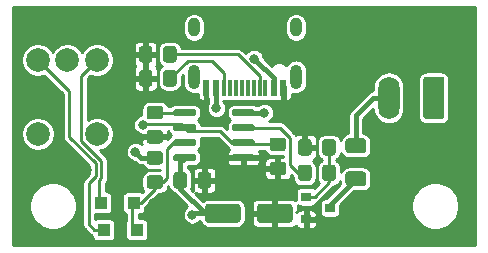
<source format=gbr>
G04 #@! TF.GenerationSoftware,KiCad,Pcbnew,5.1.7-a382d34a8~87~ubuntu20.04.1*
G04 #@! TF.CreationDate,2020-11-17T21:36:07+01:00*
G04 #@! TF.ProjectId,Microscope_LED,4d696372-6f73-4636-9f70-655f4c45442e,rev?*
G04 #@! TF.SameCoordinates,Original*
G04 #@! TF.FileFunction,Copper,L1,Top*
G04 #@! TF.FilePolarity,Positive*
%FSLAX46Y46*%
G04 Gerber Fmt 4.6, Leading zero omitted, Abs format (unit mm)*
G04 Created by KiCad (PCBNEW 5.1.7-a382d34a8~87~ubuntu20.04.1) date 2020-11-17 21:36:07*
%MOMM*%
%LPD*%
G01*
G04 APERTURE LIST*
G04 #@! TA.AperFunction,SMDPad,CuDef*
%ADD10R,0.600000X1.450000*%
G04 #@! TD*
G04 #@! TA.AperFunction,SMDPad,CuDef*
%ADD11R,0.300000X1.450000*%
G04 #@! TD*
G04 #@! TA.AperFunction,ComponentPad*
%ADD12O,1.000000X2.100000*%
G04 #@! TD*
G04 #@! TA.AperFunction,ComponentPad*
%ADD13O,1.000000X1.600000*%
G04 #@! TD*
G04 #@! TA.AperFunction,ComponentPad*
%ADD14O,1.800000X3.600000*%
G04 #@! TD*
G04 #@! TA.AperFunction,SMDPad,CuDef*
%ADD15R,1.100000X1.100000*%
G04 #@! TD*
G04 #@! TA.AperFunction,ComponentPad*
%ADD16C,2.000000*%
G04 #@! TD*
G04 #@! TA.AperFunction,SMDPad,CuDef*
%ADD17R,0.900000X0.800000*%
G04 #@! TD*
G04 #@! TA.AperFunction,ViaPad*
%ADD18C,0.800000*%
G04 #@! TD*
G04 #@! TA.AperFunction,Conductor*
%ADD19C,0.250000*%
G04 #@! TD*
G04 #@! TA.AperFunction,Conductor*
%ADD20C,0.400000*%
G04 #@! TD*
G04 #@! TA.AperFunction,Conductor*
%ADD21C,0.254000*%
G04 #@! TD*
G04 #@! TA.AperFunction,Conductor*
%ADD22C,0.100000*%
G04 #@! TD*
G04 APERTURE END LIST*
G04 #@! TA.AperFunction,SMDPad,CuDef*
G36*
G01*
X28624000Y-24822999D02*
X28624000Y-25723001D01*
G75*
G02*
X28374001Y-25973000I-249999J0D01*
G01*
X27723999Y-25973000D01*
G75*
G02*
X27474000Y-25723001I0J249999D01*
G01*
X27474000Y-24822999D01*
G75*
G02*
X27723999Y-24573000I249999J0D01*
G01*
X28374001Y-24573000D01*
G75*
G02*
X28624000Y-24822999I0J-249999D01*
G01*
G37*
G04 #@! TD.AperFunction*
G04 #@! TA.AperFunction,SMDPad,CuDef*
G36*
G01*
X30674000Y-24822999D02*
X30674000Y-25723001D01*
G75*
G02*
X30424001Y-25973000I-249999J0D01*
G01*
X29773999Y-25973000D01*
G75*
G02*
X29524000Y-25723001I0J249999D01*
G01*
X29524000Y-24822999D01*
G75*
G02*
X29773999Y-24573000I249999J0D01*
G01*
X30424001Y-24573000D01*
G75*
G02*
X30674000Y-24822999I0J-249999D01*
G01*
G37*
G04 #@! TD.AperFunction*
G04 #@! TA.AperFunction,SMDPad,CuDef*
G36*
G01*
X28633000Y-26854999D02*
X28633000Y-27755001D01*
G75*
G02*
X28383001Y-28005000I-249999J0D01*
G01*
X27732999Y-28005000D01*
G75*
G02*
X27483000Y-27755001I0J249999D01*
G01*
X27483000Y-26854999D01*
G75*
G02*
X27732999Y-26605000I249999J0D01*
G01*
X28383001Y-26605000D01*
G75*
G02*
X28633000Y-26854999I0J-249999D01*
G01*
G37*
G04 #@! TD.AperFunction*
G04 #@! TA.AperFunction,SMDPad,CuDef*
G36*
G01*
X30683000Y-26854999D02*
X30683000Y-27755001D01*
G75*
G02*
X30433001Y-28005000I-249999J0D01*
G01*
X29782999Y-28005000D01*
G75*
G02*
X29533000Y-27755001I0J249999D01*
G01*
X29533000Y-26854999D01*
G75*
G02*
X29782999Y-26605000I249999J0D01*
G01*
X30433001Y-26605000D01*
G75*
G02*
X30683000Y-26854999I0J-249999D01*
G01*
G37*
G04 #@! TD.AperFunction*
D10*
X33197000Y-28093000D03*
X33997000Y-28093000D03*
X38897000Y-28093000D03*
X39697000Y-28093000D03*
X39697000Y-28093000D03*
X38897000Y-28093000D03*
X33997000Y-28093000D03*
X33197000Y-28093000D03*
D11*
X38197000Y-28093000D03*
X37697000Y-28093000D03*
X37197000Y-28093000D03*
X36197000Y-28093000D03*
X35697000Y-28093000D03*
X35197000Y-28093000D03*
X34697000Y-28093000D03*
X36697000Y-28093000D03*
D12*
X32127000Y-27178000D03*
X40767000Y-27178000D03*
D13*
X40767000Y-22998000D03*
X32127000Y-22998000D03*
G04 #@! TA.AperFunction,ComponentPad*
G36*
G01*
X53351000Y-27406000D02*
X53351000Y-30506000D01*
G75*
G02*
X53101000Y-30756000I-250000J0D01*
G01*
X51801000Y-30756000D01*
G75*
G02*
X51551000Y-30506000I0J250000D01*
G01*
X51551000Y-27406000D01*
G75*
G02*
X51801000Y-27156000I250000J0D01*
G01*
X53101000Y-27156000D01*
G75*
G02*
X53351000Y-27406000I0J-250000D01*
G01*
G37*
G04 #@! TD.AperFunction*
D14*
X48641000Y-28956000D03*
G04 #@! TA.AperFunction,SMDPad,CuDef*
G36*
G01*
X45222000Y-35189000D02*
X46472000Y-35189000D01*
G75*
G02*
X46722000Y-35439000I0J-250000D01*
G01*
X46722000Y-36189000D01*
G75*
G02*
X46472000Y-36439000I-250000J0D01*
G01*
X45222000Y-36439000D01*
G75*
G02*
X44972000Y-36189000I0J250000D01*
G01*
X44972000Y-35439000D01*
G75*
G02*
X45222000Y-35189000I250000J0D01*
G01*
G37*
G04 #@! TD.AperFunction*
G04 #@! TA.AperFunction,SMDPad,CuDef*
G36*
G01*
X45222000Y-32389000D02*
X46472000Y-32389000D01*
G75*
G02*
X46722000Y-32639000I0J-250000D01*
G01*
X46722000Y-33389000D01*
G75*
G02*
X46472000Y-33639000I-250000J0D01*
G01*
X45222000Y-33639000D01*
G75*
G02*
X44972000Y-33389000I0J250000D01*
G01*
X44972000Y-32639000D01*
G75*
G02*
X45222000Y-32389000I250000J0D01*
G01*
G37*
G04 #@! TD.AperFunction*
D15*
X24257000Y-37846000D03*
X27057000Y-37846000D03*
X24511000Y-40132000D03*
X27311000Y-40132000D03*
G04 #@! TA.AperFunction,SMDPad,CuDef*
G36*
G01*
X32347000Y-33886000D02*
X32347000Y-34186000D01*
G75*
G02*
X32197000Y-34336000I-150000J0D01*
G01*
X30547000Y-34336000D01*
G75*
G02*
X30397000Y-34186000I0J150000D01*
G01*
X30397000Y-33886000D01*
G75*
G02*
X30547000Y-33736000I150000J0D01*
G01*
X32197000Y-33736000D01*
G75*
G02*
X32347000Y-33886000I0J-150000D01*
G01*
G37*
G04 #@! TD.AperFunction*
G04 #@! TA.AperFunction,SMDPad,CuDef*
G36*
G01*
X32347000Y-32616000D02*
X32347000Y-32916000D01*
G75*
G02*
X32197000Y-33066000I-150000J0D01*
G01*
X30547000Y-33066000D01*
G75*
G02*
X30397000Y-32916000I0J150000D01*
G01*
X30397000Y-32616000D01*
G75*
G02*
X30547000Y-32466000I150000J0D01*
G01*
X32197000Y-32466000D01*
G75*
G02*
X32347000Y-32616000I0J-150000D01*
G01*
G37*
G04 #@! TD.AperFunction*
G04 #@! TA.AperFunction,SMDPad,CuDef*
G36*
G01*
X32347000Y-31346000D02*
X32347000Y-31646000D01*
G75*
G02*
X32197000Y-31796000I-150000J0D01*
G01*
X30547000Y-31796000D01*
G75*
G02*
X30397000Y-31646000I0J150000D01*
G01*
X30397000Y-31346000D01*
G75*
G02*
X30547000Y-31196000I150000J0D01*
G01*
X32197000Y-31196000D01*
G75*
G02*
X32347000Y-31346000I0J-150000D01*
G01*
G37*
G04 #@! TD.AperFunction*
G04 #@! TA.AperFunction,SMDPad,CuDef*
G36*
G01*
X32347000Y-30076000D02*
X32347000Y-30376000D01*
G75*
G02*
X32197000Y-30526000I-150000J0D01*
G01*
X30547000Y-30526000D01*
G75*
G02*
X30397000Y-30376000I0J150000D01*
G01*
X30397000Y-30076000D01*
G75*
G02*
X30547000Y-29926000I150000J0D01*
G01*
X32197000Y-29926000D01*
G75*
G02*
X32347000Y-30076000I0J-150000D01*
G01*
G37*
G04 #@! TD.AperFunction*
G04 #@! TA.AperFunction,SMDPad,CuDef*
G36*
G01*
X37297000Y-30076000D02*
X37297000Y-30376000D01*
G75*
G02*
X37147000Y-30526000I-150000J0D01*
G01*
X35497000Y-30526000D01*
G75*
G02*
X35347000Y-30376000I0J150000D01*
G01*
X35347000Y-30076000D01*
G75*
G02*
X35497000Y-29926000I150000J0D01*
G01*
X37147000Y-29926000D01*
G75*
G02*
X37297000Y-30076000I0J-150000D01*
G01*
G37*
G04 #@! TD.AperFunction*
G04 #@! TA.AperFunction,SMDPad,CuDef*
G36*
G01*
X37297000Y-31346000D02*
X37297000Y-31646000D01*
G75*
G02*
X37147000Y-31796000I-150000J0D01*
G01*
X35497000Y-31796000D01*
G75*
G02*
X35347000Y-31646000I0J150000D01*
G01*
X35347000Y-31346000D01*
G75*
G02*
X35497000Y-31196000I150000J0D01*
G01*
X37147000Y-31196000D01*
G75*
G02*
X37297000Y-31346000I0J-150000D01*
G01*
G37*
G04 #@! TD.AperFunction*
G04 #@! TA.AperFunction,SMDPad,CuDef*
G36*
G01*
X37297000Y-32616000D02*
X37297000Y-32916000D01*
G75*
G02*
X37147000Y-33066000I-150000J0D01*
G01*
X35497000Y-33066000D01*
G75*
G02*
X35347000Y-32916000I0J150000D01*
G01*
X35347000Y-32616000D01*
G75*
G02*
X35497000Y-32466000I150000J0D01*
G01*
X37147000Y-32466000D01*
G75*
G02*
X37297000Y-32616000I0J-150000D01*
G01*
G37*
G04 #@! TD.AperFunction*
G04 #@! TA.AperFunction,SMDPad,CuDef*
G36*
G01*
X37297000Y-33886000D02*
X37297000Y-34186000D01*
G75*
G02*
X37147000Y-34336000I-150000J0D01*
G01*
X35497000Y-34336000D01*
G75*
G02*
X35347000Y-34186000I0J150000D01*
G01*
X35347000Y-33886000D01*
G75*
G02*
X35497000Y-33736000I150000J0D01*
G01*
X37147000Y-33736000D01*
G75*
G02*
X37297000Y-33886000I0J-150000D01*
G01*
G37*
G04 #@! TD.AperFunction*
D16*
X18923000Y-32004000D03*
X23923000Y-32004000D03*
X23923000Y-25754000D03*
X21423000Y-25754000D03*
X18923000Y-25754000D03*
G04 #@! TA.AperFunction,SMDPad,CuDef*
G36*
G01*
X28378999Y-35511000D02*
X29279001Y-35511000D01*
G75*
G02*
X29529000Y-35760999I0J-249999D01*
G01*
X29529000Y-36411001D01*
G75*
G02*
X29279001Y-36661000I-249999J0D01*
G01*
X28378999Y-36661000D01*
G75*
G02*
X28129000Y-36411001I0J249999D01*
G01*
X28129000Y-35760999D01*
G75*
G02*
X28378999Y-35511000I249999J0D01*
G01*
G37*
G04 #@! TD.AperFunction*
G04 #@! TA.AperFunction,SMDPad,CuDef*
G36*
G01*
X28378999Y-33461000D02*
X29279001Y-33461000D01*
G75*
G02*
X29529000Y-33710999I0J-249999D01*
G01*
X29529000Y-34361001D01*
G75*
G02*
X29279001Y-34611000I-249999J0D01*
G01*
X28378999Y-34611000D01*
G75*
G02*
X28129000Y-34361001I0J249999D01*
G01*
X28129000Y-33710999D01*
G75*
G02*
X28378999Y-33461000I249999J0D01*
G01*
G37*
G04 #@! TD.AperFunction*
G04 #@! TA.AperFunction,SMDPad,CuDef*
G36*
G01*
X42104000Y-32696999D02*
X42104000Y-33597001D01*
G75*
G02*
X41854001Y-33847000I-249999J0D01*
G01*
X41203999Y-33847000D01*
G75*
G02*
X40954000Y-33597001I0J249999D01*
G01*
X40954000Y-32696999D01*
G75*
G02*
X41203999Y-32447000I249999J0D01*
G01*
X41854001Y-32447000D01*
G75*
G02*
X42104000Y-32696999I0J-249999D01*
G01*
G37*
G04 #@! TD.AperFunction*
G04 #@! TA.AperFunction,SMDPad,CuDef*
G36*
G01*
X44154000Y-32696999D02*
X44154000Y-33597001D01*
G75*
G02*
X43904001Y-33847000I-249999J0D01*
G01*
X43253999Y-33847000D01*
G75*
G02*
X43004000Y-33597001I0J249999D01*
G01*
X43004000Y-32696999D01*
G75*
G02*
X43253999Y-32447000I249999J0D01*
G01*
X43904001Y-32447000D01*
G75*
G02*
X44154000Y-32696999I0J-249999D01*
G01*
G37*
G04 #@! TD.AperFunction*
G04 #@! TA.AperFunction,SMDPad,CuDef*
G36*
G01*
X43004000Y-35756001D02*
X43004000Y-34855999D01*
G75*
G02*
X43253999Y-34606000I249999J0D01*
G01*
X43904001Y-34606000D01*
G75*
G02*
X44154000Y-34855999I0J-249999D01*
G01*
X44154000Y-35756001D01*
G75*
G02*
X43904001Y-36006000I-249999J0D01*
G01*
X43253999Y-36006000D01*
G75*
G02*
X43004000Y-35756001I0J249999D01*
G01*
G37*
G04 #@! TD.AperFunction*
G04 #@! TA.AperFunction,SMDPad,CuDef*
G36*
G01*
X40954000Y-35756001D02*
X40954000Y-34855999D01*
G75*
G02*
X41203999Y-34606000I249999J0D01*
G01*
X41854001Y-34606000D01*
G75*
G02*
X42104000Y-34855999I0J-249999D01*
G01*
X42104000Y-35756001D01*
G75*
G02*
X41854001Y-36006000I-249999J0D01*
G01*
X41203999Y-36006000D01*
G75*
G02*
X40954000Y-35756001I0J249999D01*
G01*
G37*
G04 #@! TD.AperFunction*
D17*
X43656000Y-38288000D03*
X41656000Y-39238000D03*
X41656000Y-37338000D03*
G04 #@! TA.AperFunction,SMDPad,CuDef*
G36*
G01*
X28378999Y-31683000D02*
X29279001Y-31683000D01*
G75*
G02*
X29529000Y-31932999I0J-249999D01*
G01*
X29529000Y-32583001D01*
G75*
G02*
X29279001Y-32833000I-249999J0D01*
G01*
X28378999Y-32833000D01*
G75*
G02*
X28129000Y-32583001I0J249999D01*
G01*
X28129000Y-31932999D01*
G75*
G02*
X28378999Y-31683000I249999J0D01*
G01*
G37*
G04 #@! TD.AperFunction*
G04 #@! TA.AperFunction,SMDPad,CuDef*
G36*
G01*
X28378999Y-29633000D02*
X29279001Y-29633000D01*
G75*
G02*
X29529000Y-29882999I0J-249999D01*
G01*
X29529000Y-30533001D01*
G75*
G02*
X29279001Y-30783000I-249999J0D01*
G01*
X28378999Y-30783000D01*
G75*
G02*
X28129000Y-30533001I0J249999D01*
G01*
X28129000Y-29882999D01*
G75*
G02*
X28378999Y-29633000I249999J0D01*
G01*
G37*
G04 #@! TD.AperFunction*
G04 #@! TA.AperFunction,SMDPad,CuDef*
G36*
G01*
X37489000Y-39285000D02*
X37489000Y-38185000D01*
G75*
G02*
X37739000Y-37935000I250000J0D01*
G01*
X40239000Y-37935000D01*
G75*
G02*
X40489000Y-38185000I0J-250000D01*
G01*
X40489000Y-39285000D01*
G75*
G02*
X40239000Y-39535000I-250000J0D01*
G01*
X37739000Y-39535000D01*
G75*
G02*
X37489000Y-39285000I0J250000D01*
G01*
G37*
G04 #@! TD.AperFunction*
G04 #@! TA.AperFunction,SMDPad,CuDef*
G36*
G01*
X33089000Y-39285000D02*
X33089000Y-38185000D01*
G75*
G02*
X33339000Y-37935000I250000J0D01*
G01*
X35839000Y-37935000D01*
G75*
G02*
X36089000Y-38185000I0J-250000D01*
G01*
X36089000Y-39285000D01*
G75*
G02*
X35839000Y-39535000I-250000J0D01*
G01*
X33339000Y-39535000D01*
G75*
G02*
X33089000Y-39285000I0J250000D01*
G01*
G37*
G04 #@! TD.AperFunction*
G04 #@! TA.AperFunction,SMDPad,CuDef*
G36*
G01*
X32454000Y-36391001D02*
X32454000Y-35490999D01*
G75*
G02*
X32703999Y-35241000I249999J0D01*
G01*
X33354001Y-35241000D01*
G75*
G02*
X33604000Y-35490999I0J-249999D01*
G01*
X33604000Y-36391001D01*
G75*
G02*
X33354001Y-36641000I-249999J0D01*
G01*
X32703999Y-36641000D01*
G75*
G02*
X32454000Y-36391001I0J249999D01*
G01*
G37*
G04 #@! TD.AperFunction*
G04 #@! TA.AperFunction,SMDPad,CuDef*
G36*
G01*
X30404000Y-36391001D02*
X30404000Y-35490999D01*
G75*
G02*
X30653999Y-35241000I249999J0D01*
G01*
X31304001Y-35241000D01*
G75*
G02*
X31554000Y-35490999I0J-249999D01*
G01*
X31554000Y-36391001D01*
G75*
G02*
X31304001Y-36641000I-249999J0D01*
G01*
X30653999Y-36641000D01*
G75*
G02*
X30404000Y-36391001I0J249999D01*
G01*
G37*
G04 #@! TD.AperFunction*
G04 #@! TA.AperFunction,SMDPad,CuDef*
G36*
G01*
X38792999Y-34368000D02*
X39693001Y-34368000D01*
G75*
G02*
X39943000Y-34617999I0J-249999D01*
G01*
X39943000Y-35268001D01*
G75*
G02*
X39693001Y-35518000I-249999J0D01*
G01*
X38792999Y-35518000D01*
G75*
G02*
X38543000Y-35268001I0J249999D01*
G01*
X38543000Y-34617999D01*
G75*
G02*
X38792999Y-34368000I249999J0D01*
G01*
G37*
G04 #@! TD.AperFunction*
G04 #@! TA.AperFunction,SMDPad,CuDef*
G36*
G01*
X38792999Y-32318000D02*
X39693001Y-32318000D01*
G75*
G02*
X39943000Y-32567999I0J-249999D01*
G01*
X39943000Y-33218001D01*
G75*
G02*
X39693001Y-33468000I-249999J0D01*
G01*
X38792999Y-33468000D01*
G75*
G02*
X38543000Y-33218001I0J249999D01*
G01*
X38543000Y-32567999D01*
G75*
G02*
X38792999Y-32318000I249999J0D01*
G01*
G37*
G04 #@! TD.AperFunction*
D18*
X24892000Y-33655000D03*
X23114000Y-35052000D03*
X28702000Y-37846000D03*
X27305000Y-36322000D03*
X27813000Y-31242000D03*
X27178000Y-33528000D03*
X32004000Y-38862000D03*
X38100000Y-30226000D03*
X34036000Y-29845000D03*
X37234653Y-25630347D03*
D19*
X36449000Y-32893000D02*
X36322000Y-32766000D01*
X39243000Y-32893000D02*
X36449000Y-32893000D01*
X35347000Y-32766000D02*
X36322000Y-32766000D01*
X31672000Y-31796000D02*
X34377000Y-31796000D01*
X34377000Y-31796000D02*
X35347000Y-32766000D01*
X31372000Y-31496000D02*
X31672000Y-31796000D01*
X27859000Y-31196000D02*
X27813000Y-31242000D01*
X31372000Y-31496000D02*
X31072000Y-31196000D01*
X31072000Y-31196000D02*
X27859000Y-31196000D01*
D20*
X28829000Y-34036000D02*
X27686000Y-34036000D01*
X27686000Y-34036000D02*
X27178000Y-33528000D01*
X30979000Y-34429000D02*
X31372000Y-34036000D01*
X30979000Y-35941000D02*
X30979000Y-34429000D01*
X30979000Y-36641000D02*
X33073000Y-38735000D01*
X33089000Y-38735000D02*
X34589000Y-38735000D01*
X33073000Y-38735000D02*
X33089000Y-38735000D01*
X30979000Y-35941000D02*
X30979000Y-36641000D01*
X34589000Y-38735000D02*
X32131000Y-38735000D01*
X32131000Y-38735000D02*
X32004000Y-38862000D01*
X36322000Y-30226000D02*
X38100000Y-30226000D01*
D19*
X28847000Y-30226000D02*
X28829000Y-30208000D01*
X31372000Y-30226000D02*
X28847000Y-30226000D01*
X21590000Y-32268412D02*
X21590000Y-28421000D01*
X21590000Y-28421000D02*
X18923000Y-25754000D01*
X24505000Y-40132000D02*
X23705000Y-40132000D01*
X23254999Y-36181001D02*
X23839001Y-35596999D01*
X23705000Y-40132000D02*
X23254999Y-39681999D01*
X23839001Y-34517413D02*
X21590000Y-32268412D01*
X23839001Y-35596999D02*
X23839001Y-34517413D01*
X23254999Y-39681999D02*
X23254999Y-36181001D01*
X24130000Y-37846000D02*
X24130000Y-35942410D01*
X24130000Y-35942410D02*
X24289011Y-35783399D01*
X24289011Y-35783399D02*
X24289011Y-34331013D01*
X24289011Y-34331013D02*
X22597999Y-32640001D01*
X22597999Y-32640001D02*
X22597999Y-27079001D01*
X22923001Y-26753999D02*
X23923000Y-25754000D01*
X22597999Y-27079001D02*
X22923001Y-26753999D01*
D20*
X33997000Y-29806000D02*
X34036000Y-29845000D01*
X33997000Y-28093000D02*
X33997000Y-29806000D01*
X38897000Y-27292694D02*
X37234653Y-25630347D01*
X38897000Y-28093000D02*
X38897000Y-27292694D01*
X43656000Y-38005000D02*
X45847000Y-35814000D01*
X43656000Y-38288000D02*
X43656000Y-38005000D01*
D19*
X43579000Y-36115000D02*
X43579000Y-36006000D01*
X42356000Y-37338000D02*
X43579000Y-36115000D01*
X43579000Y-36006000D02*
X43579000Y-35306000D01*
X41656000Y-37338000D02*
X42356000Y-37338000D01*
X43579000Y-35306000D02*
X43579000Y-33147000D01*
X37297000Y-31496000D02*
X36322000Y-31496000D01*
X40268010Y-32329820D02*
X39434190Y-31496000D01*
X40268010Y-34620010D02*
X40268010Y-32329820D01*
X40954000Y-35306000D02*
X40268010Y-34620010D01*
X39434190Y-31496000D02*
X37297000Y-31496000D01*
X41529000Y-35306000D02*
X40954000Y-35306000D01*
D20*
X45847000Y-30450000D02*
X45847000Y-32389000D01*
X47341000Y-28956000D02*
X45847000Y-30450000D01*
X45847000Y-32389000D02*
X45847000Y-33014000D01*
X48641000Y-28956000D02*
X47341000Y-28956000D01*
D19*
X35852000Y-25273000D02*
X30099000Y-25273000D01*
X37697000Y-27118000D02*
X35852000Y-25273000D01*
X37697000Y-28093000D02*
X37697000Y-27118000D01*
X31610010Y-25802990D02*
X30108000Y-27305000D01*
X33673992Y-25802990D02*
X31610010Y-25802990D01*
X34697000Y-26825998D02*
X33673992Y-25802990D01*
X34697000Y-28093000D02*
X34697000Y-26825998D01*
X29529000Y-36086000D02*
X28829000Y-36086000D01*
X29854010Y-35760990D02*
X29529000Y-36086000D01*
X29854010Y-33308990D02*
X29854010Y-35760990D01*
X30397000Y-32766000D02*
X29854010Y-33308990D01*
X31372000Y-32766000D02*
X30397000Y-32766000D01*
X28829000Y-36086000D02*
X28829000Y-36661000D01*
X28829000Y-36661000D02*
X27644000Y-37846000D01*
X27644000Y-37846000D02*
X26930000Y-37846000D01*
X26930000Y-37846000D02*
X26930000Y-39757000D01*
X26930000Y-39757000D02*
X27305000Y-40132000D01*
D21*
X55936001Y-41458000D02*
X16835000Y-41458000D01*
X16835000Y-37900358D01*
X18166000Y-37900358D01*
X18166000Y-38299642D01*
X18243896Y-38691254D01*
X18396696Y-39060145D01*
X18618526Y-39392137D01*
X18900863Y-39674474D01*
X19232855Y-39896304D01*
X19601746Y-40049104D01*
X19993358Y-40127000D01*
X20392642Y-40127000D01*
X20784254Y-40049104D01*
X21153145Y-39896304D01*
X21485137Y-39674474D01*
X21767474Y-39392137D01*
X21989304Y-39060145D01*
X22142104Y-38691254D01*
X22220000Y-38299642D01*
X22220000Y-37900358D01*
X22142104Y-37508746D01*
X21989304Y-37139855D01*
X21767474Y-36807863D01*
X21485137Y-36525526D01*
X21153145Y-36303696D01*
X20784254Y-36150896D01*
X20392642Y-36073000D01*
X19993358Y-36073000D01*
X19601746Y-36150896D01*
X19232855Y-36303696D01*
X18900863Y-36525526D01*
X18618526Y-36807863D01*
X18396696Y-37139855D01*
X18243896Y-37508746D01*
X18166000Y-37900358D01*
X16835000Y-37900358D01*
X16835000Y-31863453D01*
X17496000Y-31863453D01*
X17496000Y-32144547D01*
X17550838Y-32420241D01*
X17658409Y-32679938D01*
X17814576Y-32913660D01*
X18013340Y-33112424D01*
X18247062Y-33268591D01*
X18506759Y-33376162D01*
X18782453Y-33431000D01*
X19063547Y-33431000D01*
X19339241Y-33376162D01*
X19598938Y-33268591D01*
X19832660Y-33112424D01*
X20031424Y-32913660D01*
X20187591Y-32679938D01*
X20295162Y-32420241D01*
X20350000Y-32144547D01*
X20350000Y-31863453D01*
X20295162Y-31587759D01*
X20187591Y-31328062D01*
X20031424Y-31094340D01*
X19832660Y-30895576D01*
X19598938Y-30739409D01*
X19339241Y-30631838D01*
X19063547Y-30577000D01*
X18782453Y-30577000D01*
X18506759Y-30631838D01*
X18247062Y-30739409D01*
X18013340Y-30895576D01*
X17814576Y-31094340D01*
X17658409Y-31328062D01*
X17550838Y-31587759D01*
X17496000Y-31863453D01*
X16835000Y-31863453D01*
X16835000Y-25613453D01*
X17496000Y-25613453D01*
X17496000Y-25894547D01*
X17550838Y-26170241D01*
X17658409Y-26429938D01*
X17814576Y-26663660D01*
X18013340Y-26862424D01*
X18247062Y-27018591D01*
X18506759Y-27126162D01*
X18782453Y-27181000D01*
X19063547Y-27181000D01*
X19339241Y-27126162D01*
X19463180Y-27074824D01*
X21038001Y-28649647D01*
X21038000Y-32241306D01*
X21035330Y-32268412D01*
X21038000Y-32295518D01*
X21038000Y-32295520D01*
X21045988Y-32376622D01*
X21077552Y-32480674D01*
X21128809Y-32576570D01*
X21197789Y-32660623D01*
X21218856Y-32677912D01*
X23287002Y-34746060D01*
X23287001Y-35368353D01*
X22883850Y-35771506D01*
X22862789Y-35788790D01*
X22822199Y-35838250D01*
X22793808Y-35872844D01*
X22742551Y-35968739D01*
X22710988Y-36072791D01*
X22700329Y-36181001D01*
X22703000Y-36208117D01*
X22702999Y-39654893D01*
X22700329Y-39681999D01*
X22702999Y-39709105D01*
X22702999Y-39709107D01*
X22710987Y-39790209D01*
X22742551Y-39894261D01*
X22793808Y-39990157D01*
X22862788Y-40074210D01*
X22883855Y-40091499D01*
X23295508Y-40503154D01*
X23312789Y-40524211D01*
X23333845Y-40541491D01*
X23333846Y-40541492D01*
X23396842Y-40593191D01*
X23492737Y-40644448D01*
X23531934Y-40656338D01*
X23531934Y-40682000D01*
X23540178Y-40765707D01*
X23564595Y-40846196D01*
X23604245Y-40920376D01*
X23657605Y-40985395D01*
X23722624Y-41038755D01*
X23796804Y-41078405D01*
X23877293Y-41102822D01*
X23961000Y-41111066D01*
X25061000Y-41111066D01*
X25144707Y-41102822D01*
X25225196Y-41078405D01*
X25299376Y-41038755D01*
X25364395Y-40985395D01*
X25417755Y-40920376D01*
X25457405Y-40846196D01*
X25481822Y-40765707D01*
X25490066Y-40682000D01*
X25490066Y-39582000D01*
X25481822Y-39498293D01*
X25457405Y-39417804D01*
X25417755Y-39343624D01*
X25364395Y-39278605D01*
X25299376Y-39225245D01*
X25225196Y-39185595D01*
X25144707Y-39161178D01*
X25061000Y-39152934D01*
X23961000Y-39152934D01*
X23877293Y-39161178D01*
X23806999Y-39182502D01*
X23806999Y-38825066D01*
X24807000Y-38825066D01*
X24890707Y-38816822D01*
X24971196Y-38792405D01*
X25045376Y-38752755D01*
X25110395Y-38699395D01*
X25163755Y-38634376D01*
X25203405Y-38560196D01*
X25227822Y-38479707D01*
X25236066Y-38396000D01*
X25236066Y-37296000D01*
X26077934Y-37296000D01*
X26077934Y-38396000D01*
X26086178Y-38479707D01*
X26110595Y-38560196D01*
X26150245Y-38634376D01*
X26203605Y-38699395D01*
X26268624Y-38752755D01*
X26342804Y-38792405D01*
X26378001Y-38803082D01*
X26378001Y-39392723D01*
X26364595Y-39417804D01*
X26340178Y-39498293D01*
X26331934Y-39582000D01*
X26331934Y-40682000D01*
X26340178Y-40765707D01*
X26364595Y-40846196D01*
X26404245Y-40920376D01*
X26457605Y-40985395D01*
X26522624Y-41038755D01*
X26596804Y-41078405D01*
X26677293Y-41102822D01*
X26761000Y-41111066D01*
X27861000Y-41111066D01*
X27944707Y-41102822D01*
X28025196Y-41078405D01*
X28099376Y-41038755D01*
X28164395Y-40985395D01*
X28217755Y-40920376D01*
X28257405Y-40846196D01*
X28281822Y-40765707D01*
X28290066Y-40682000D01*
X28290066Y-39582000D01*
X28281822Y-39498293D01*
X28257405Y-39417804D01*
X28217755Y-39343624D01*
X28164395Y-39278605D01*
X28099376Y-39225245D01*
X28025196Y-39185595D01*
X27944707Y-39161178D01*
X27861000Y-39152934D01*
X27482000Y-39152934D01*
X27482000Y-38825066D01*
X27607000Y-38825066D01*
X27690707Y-38816822D01*
X27771196Y-38792405D01*
X27845376Y-38752755D01*
X27910395Y-38699395D01*
X27963755Y-38634376D01*
X28003405Y-38560196D01*
X28027822Y-38479707D01*
X28036066Y-38396000D01*
X28036066Y-38238330D01*
X28036211Y-38238211D01*
X28053500Y-38217144D01*
X29180580Y-37090066D01*
X29279001Y-37090066D01*
X29411480Y-37077018D01*
X29538868Y-37038375D01*
X29656269Y-36975623D01*
X29759172Y-36891172D01*
X29843623Y-36788269D01*
X29906375Y-36670868D01*
X29945018Y-36543480D01*
X29955162Y-36440482D01*
X29977598Y-36418046D01*
X29987982Y-36523480D01*
X30026625Y-36650868D01*
X30089377Y-36768269D01*
X30173828Y-36871172D01*
X30276731Y-36955623D01*
X30394132Y-37018375D01*
X30505255Y-37052084D01*
X30533500Y-37086501D01*
X30557423Y-37106134D01*
X31593172Y-38141883D01*
X31476819Y-38219628D01*
X31361628Y-38334819D01*
X31271123Y-38470269D01*
X31208782Y-38620773D01*
X31177000Y-38780548D01*
X31177000Y-38943452D01*
X31208782Y-39103227D01*
X31271123Y-39253731D01*
X31361628Y-39389181D01*
X31476819Y-39504372D01*
X31612269Y-39594877D01*
X31762773Y-39657218D01*
X31922548Y-39689000D01*
X32085452Y-39689000D01*
X32245227Y-39657218D01*
X32395731Y-39594877D01*
X32531181Y-39504372D01*
X32646372Y-39389181D01*
X32664534Y-39362000D01*
X32667518Y-39362000D01*
X32672982Y-39417479D01*
X32711625Y-39544867D01*
X32774377Y-39662269D01*
X32858828Y-39765172D01*
X32961731Y-39849623D01*
X33079133Y-39912375D01*
X33206521Y-39951018D01*
X33339000Y-39964066D01*
X35839000Y-39964066D01*
X35971479Y-39951018D01*
X36098867Y-39912375D01*
X36216269Y-39849623D01*
X36319172Y-39765172D01*
X36403623Y-39662269D01*
X36466375Y-39544867D01*
X36469368Y-39535000D01*
X37059934Y-39535000D01*
X37068178Y-39618707D01*
X37092595Y-39699196D01*
X37132245Y-39773376D01*
X37185605Y-39838395D01*
X37250624Y-39891755D01*
X37324804Y-39931405D01*
X37405293Y-39955822D01*
X37489000Y-39964066D01*
X38755250Y-39962000D01*
X38862000Y-39855250D01*
X38862000Y-38862000D01*
X37168750Y-38862000D01*
X37062000Y-38968750D01*
X37059934Y-39535000D01*
X36469368Y-39535000D01*
X36505018Y-39417479D01*
X36518066Y-39285000D01*
X36518066Y-38185000D01*
X36505018Y-38052521D01*
X36469369Y-37935000D01*
X37059934Y-37935000D01*
X37062000Y-38501250D01*
X37168750Y-38608000D01*
X38862000Y-38608000D01*
X38862000Y-37614750D01*
X39116000Y-37614750D01*
X39116000Y-38608000D01*
X39136000Y-38608000D01*
X39136000Y-38862000D01*
X39116000Y-38862000D01*
X39116000Y-39855250D01*
X39222750Y-39962000D01*
X40489000Y-39964066D01*
X40572707Y-39955822D01*
X40653196Y-39931405D01*
X40727376Y-39891755D01*
X40792395Y-39838395D01*
X40814528Y-39811426D01*
X40849245Y-39876376D01*
X40902605Y-39941395D01*
X40967624Y-39994755D01*
X41041804Y-40034405D01*
X41122293Y-40058822D01*
X41206000Y-40067066D01*
X41422250Y-40065000D01*
X41529000Y-39958250D01*
X41529000Y-39365000D01*
X41783000Y-39365000D01*
X41783000Y-39958250D01*
X41889750Y-40065000D01*
X42106000Y-40067066D01*
X42189707Y-40058822D01*
X42270196Y-40034405D01*
X42344376Y-39994755D01*
X42409395Y-39941395D01*
X42462755Y-39876376D01*
X42502405Y-39802196D01*
X42526822Y-39721707D01*
X42535066Y-39638000D01*
X42533000Y-39471750D01*
X42426250Y-39365000D01*
X41783000Y-39365000D01*
X41529000Y-39365000D01*
X41509000Y-39365000D01*
X41509000Y-39111000D01*
X41529000Y-39111000D01*
X41529000Y-38517750D01*
X41783000Y-38517750D01*
X41783000Y-39111000D01*
X42426250Y-39111000D01*
X42533000Y-39004250D01*
X42535066Y-38838000D01*
X42526822Y-38754293D01*
X42502405Y-38673804D01*
X42462755Y-38599624D01*
X42409395Y-38534605D01*
X42344376Y-38481245D01*
X42270196Y-38441595D01*
X42189707Y-38417178D01*
X42106000Y-38408934D01*
X41889750Y-38411000D01*
X41783000Y-38517750D01*
X41529000Y-38517750D01*
X41422250Y-38411000D01*
X41206000Y-38408934D01*
X41122293Y-38417178D01*
X41041804Y-38441595D01*
X40967624Y-38481245D01*
X40902605Y-38534605D01*
X40849245Y-38599624D01*
X40844769Y-38607998D01*
X40809252Y-38607998D01*
X40916000Y-38501250D01*
X40917633Y-38053728D01*
X40967624Y-38094755D01*
X41041804Y-38134405D01*
X41122293Y-38158822D01*
X41206000Y-38167066D01*
X42106000Y-38167066D01*
X42189707Y-38158822D01*
X42270196Y-38134405D01*
X42344376Y-38094755D01*
X42409395Y-38041395D01*
X42462755Y-37976376D01*
X42502405Y-37902196D01*
X42513019Y-37867206D01*
X42568263Y-37850448D01*
X42664158Y-37799191D01*
X42748211Y-37730211D01*
X42765500Y-37709144D01*
X43950154Y-36524492D01*
X43971211Y-36507211D01*
X44040191Y-36423158D01*
X44041636Y-36420454D01*
X44163868Y-36383375D01*
X44281269Y-36320623D01*
X44384172Y-36236172D01*
X44468623Y-36133269D01*
X44531375Y-36015868D01*
X44542934Y-35977763D01*
X44542934Y-36189000D01*
X44546732Y-36227557D01*
X43315355Y-37458934D01*
X43206000Y-37458934D01*
X43122293Y-37467178D01*
X43041804Y-37491595D01*
X42967624Y-37531245D01*
X42902605Y-37584605D01*
X42849245Y-37649624D01*
X42809595Y-37723804D01*
X42785178Y-37804293D01*
X42776934Y-37888000D01*
X42776934Y-38688000D01*
X42785178Y-38771707D01*
X42809595Y-38852196D01*
X42849245Y-38926376D01*
X42902605Y-38991395D01*
X42967624Y-39044755D01*
X43041804Y-39084405D01*
X43122293Y-39108822D01*
X43206000Y-39117066D01*
X44106000Y-39117066D01*
X44189707Y-39108822D01*
X44270196Y-39084405D01*
X44344376Y-39044755D01*
X44409395Y-38991395D01*
X44462755Y-38926376D01*
X44502405Y-38852196D01*
X44526822Y-38771707D01*
X44535066Y-38688000D01*
X44535066Y-38012645D01*
X44647353Y-37900358D01*
X50551000Y-37900358D01*
X50551000Y-38299642D01*
X50628896Y-38691254D01*
X50781696Y-39060145D01*
X51003526Y-39392137D01*
X51285863Y-39674474D01*
X51617855Y-39896304D01*
X51986746Y-40049104D01*
X52378358Y-40127000D01*
X52777642Y-40127000D01*
X53169254Y-40049104D01*
X53538145Y-39896304D01*
X53870137Y-39674474D01*
X54152474Y-39392137D01*
X54374304Y-39060145D01*
X54527104Y-38691254D01*
X54605000Y-38299642D01*
X54605000Y-37900358D01*
X54527104Y-37508746D01*
X54374304Y-37139855D01*
X54152474Y-36807863D01*
X53870137Y-36525526D01*
X53538145Y-36303696D01*
X53169254Y-36150896D01*
X52777642Y-36073000D01*
X52378358Y-36073000D01*
X51986746Y-36150896D01*
X51617855Y-36303696D01*
X51285863Y-36525526D01*
X51003526Y-36807863D01*
X50781696Y-37139855D01*
X50628896Y-37508746D01*
X50551000Y-37900358D01*
X44647353Y-37900358D01*
X45679646Y-36868066D01*
X46472000Y-36868066D01*
X46604479Y-36855018D01*
X46731867Y-36816375D01*
X46849269Y-36753623D01*
X46952172Y-36669172D01*
X47036623Y-36566269D01*
X47099375Y-36448867D01*
X47138018Y-36321479D01*
X47151066Y-36189000D01*
X47151066Y-35439000D01*
X47138018Y-35306521D01*
X47099375Y-35179133D01*
X47036623Y-35061731D01*
X46952172Y-34958828D01*
X46849269Y-34874377D01*
X46731867Y-34811625D01*
X46604479Y-34772982D01*
X46472000Y-34759934D01*
X45222000Y-34759934D01*
X45089521Y-34772982D01*
X44962133Y-34811625D01*
X44844731Y-34874377D01*
X44741828Y-34958828D01*
X44657377Y-35061731D01*
X44594625Y-35179133D01*
X44583066Y-35217238D01*
X44583066Y-34855999D01*
X44570018Y-34723520D01*
X44531375Y-34596132D01*
X44468623Y-34478731D01*
X44384172Y-34375828D01*
X44281269Y-34291377D01*
X44163868Y-34228625D01*
X44156863Y-34226500D01*
X44163868Y-34224375D01*
X44281269Y-34161623D01*
X44384172Y-34077172D01*
X44468623Y-33974269D01*
X44531375Y-33856868D01*
X44570018Y-33729480D01*
X44582043Y-33607389D01*
X44594625Y-33648867D01*
X44657377Y-33766269D01*
X44741828Y-33869172D01*
X44844731Y-33953623D01*
X44962133Y-34016375D01*
X45089521Y-34055018D01*
X45222000Y-34068066D01*
X46472000Y-34068066D01*
X46604479Y-34055018D01*
X46731867Y-34016375D01*
X46849269Y-33953623D01*
X46952172Y-33869172D01*
X47036623Y-33766269D01*
X47099375Y-33648867D01*
X47138018Y-33521479D01*
X47151066Y-33389000D01*
X47151066Y-32639000D01*
X47138018Y-32506521D01*
X47099375Y-32379133D01*
X47036623Y-32261731D01*
X46952172Y-32158828D01*
X46849269Y-32074377D01*
X46731867Y-32011625D01*
X46604479Y-31972982D01*
X46474000Y-31960131D01*
X46474000Y-30709711D01*
X47314000Y-29869712D01*
X47314000Y-29921183D01*
X47333201Y-30116136D01*
X47409081Y-30366277D01*
X47532302Y-30596807D01*
X47698130Y-30798870D01*
X47900192Y-30964698D01*
X48130722Y-31087919D01*
X48380863Y-31163799D01*
X48641000Y-31189420D01*
X48901136Y-31163799D01*
X49151277Y-31087919D01*
X49381807Y-30964698D01*
X49583870Y-30798870D01*
X49749698Y-30596808D01*
X49872919Y-30366278D01*
X49948799Y-30116137D01*
X49968000Y-29921184D01*
X49968000Y-27990816D01*
X49948799Y-27795863D01*
X49872919Y-27545722D01*
X49798236Y-27406000D01*
X51121934Y-27406000D01*
X51121934Y-30506000D01*
X51134982Y-30638479D01*
X51173625Y-30765867D01*
X51236377Y-30883269D01*
X51320828Y-30986172D01*
X51423731Y-31070623D01*
X51541133Y-31133375D01*
X51668521Y-31172018D01*
X51801000Y-31185066D01*
X53101000Y-31185066D01*
X53233479Y-31172018D01*
X53360867Y-31133375D01*
X53478269Y-31070623D01*
X53581172Y-30986172D01*
X53665623Y-30883269D01*
X53728375Y-30765867D01*
X53767018Y-30638479D01*
X53780066Y-30506000D01*
X53780066Y-27406000D01*
X53767018Y-27273521D01*
X53728375Y-27146133D01*
X53665623Y-27028731D01*
X53581172Y-26925828D01*
X53478269Y-26841377D01*
X53360867Y-26778625D01*
X53233479Y-26739982D01*
X53101000Y-26726934D01*
X51801000Y-26726934D01*
X51668521Y-26739982D01*
X51541133Y-26778625D01*
X51423731Y-26841377D01*
X51320828Y-26925828D01*
X51236377Y-27028731D01*
X51173625Y-27146133D01*
X51134982Y-27273521D01*
X51121934Y-27406000D01*
X49798236Y-27406000D01*
X49749698Y-27315192D01*
X49583870Y-27113130D01*
X49381808Y-26947302D01*
X49151278Y-26824081D01*
X48901137Y-26748201D01*
X48641000Y-26722580D01*
X48380864Y-26748201D01*
X48130723Y-26824081D01*
X47900193Y-26947302D01*
X47698131Y-27113130D01*
X47532303Y-27315192D01*
X47409082Y-27545722D01*
X47333202Y-27795863D01*
X47314000Y-27990816D01*
X47314000Y-28328626D01*
X47218087Y-28338073D01*
X47099897Y-28373925D01*
X46990972Y-28432147D01*
X46895499Y-28510499D01*
X46875866Y-28534422D01*
X45425427Y-29984862D01*
X45401499Y-30004499D01*
X45323147Y-30099973D01*
X45264925Y-30208898D01*
X45234217Y-30310130D01*
X45229073Y-30327088D01*
X45216967Y-30450000D01*
X45220000Y-30480794D01*
X45220001Y-31960131D01*
X45089521Y-31972982D01*
X44962133Y-32011625D01*
X44844731Y-32074377D01*
X44741828Y-32158828D01*
X44657377Y-32261731D01*
X44594625Y-32379133D01*
X44555982Y-32506521D01*
X44555110Y-32515375D01*
X44531375Y-32437132D01*
X44468623Y-32319731D01*
X44384172Y-32216828D01*
X44281269Y-32132377D01*
X44163868Y-32069625D01*
X44036480Y-32030982D01*
X43904001Y-32017934D01*
X43253999Y-32017934D01*
X43121520Y-32030982D01*
X42994132Y-32069625D01*
X42876731Y-32132377D01*
X42773828Y-32216828D01*
X42689377Y-32319731D01*
X42626625Y-32437132D01*
X42587982Y-32564520D01*
X42574934Y-32696999D01*
X42574934Y-33597001D01*
X42587982Y-33729480D01*
X42626625Y-33856868D01*
X42689377Y-33974269D01*
X42773828Y-34077172D01*
X42876731Y-34161623D01*
X42994132Y-34224375D01*
X43001137Y-34226500D01*
X42994132Y-34228625D01*
X42876731Y-34291377D01*
X42773828Y-34375828D01*
X42689377Y-34478731D01*
X42626625Y-34596132D01*
X42587982Y-34723520D01*
X42574934Y-34855999D01*
X42574934Y-35756001D01*
X42587982Y-35888480D01*
X42626625Y-36015868D01*
X42689377Y-36133269D01*
X42730265Y-36183090D01*
X42336383Y-36576973D01*
X42270196Y-36541595D01*
X42189707Y-36517178D01*
X42106000Y-36508934D01*
X41206000Y-36508934D01*
X41122293Y-36517178D01*
X41041804Y-36541595D01*
X40967624Y-36581245D01*
X40902605Y-36634605D01*
X40849245Y-36699624D01*
X40809595Y-36773804D01*
X40785178Y-36854293D01*
X40776934Y-36938000D01*
X40776934Y-37618916D01*
X40727376Y-37578245D01*
X40653196Y-37538595D01*
X40572707Y-37514178D01*
X40489000Y-37505934D01*
X39222750Y-37508000D01*
X39116000Y-37614750D01*
X38862000Y-37614750D01*
X38755250Y-37508000D01*
X37489000Y-37505934D01*
X37405293Y-37514178D01*
X37324804Y-37538595D01*
X37250624Y-37578245D01*
X37185605Y-37631605D01*
X37132245Y-37696624D01*
X37092595Y-37770804D01*
X37068178Y-37851293D01*
X37059934Y-37935000D01*
X36469369Y-37935000D01*
X36466375Y-37925133D01*
X36403623Y-37807731D01*
X36319172Y-37704828D01*
X36216269Y-37620377D01*
X36098867Y-37557625D01*
X35971479Y-37518982D01*
X35839000Y-37505934D01*
X33339000Y-37505934D01*
X33206521Y-37518982D01*
X33079133Y-37557625D01*
X32961731Y-37620377D01*
X32897666Y-37672954D01*
X32230323Y-37005612D01*
X32289804Y-37037405D01*
X32370293Y-37061822D01*
X32454000Y-37070066D01*
X32795250Y-37068000D01*
X32902000Y-36961250D01*
X32902000Y-36068000D01*
X33156000Y-36068000D01*
X33156000Y-36961250D01*
X33262750Y-37068000D01*
X33604000Y-37070066D01*
X33687707Y-37061822D01*
X33768196Y-37037405D01*
X33842376Y-36997755D01*
X33907395Y-36944395D01*
X33960755Y-36879376D01*
X34000405Y-36805196D01*
X34024822Y-36724707D01*
X34033066Y-36641000D01*
X34031000Y-36174750D01*
X33924250Y-36068000D01*
X33156000Y-36068000D01*
X32902000Y-36068000D01*
X32133750Y-36068000D01*
X32027000Y-36174750D01*
X32024934Y-36641000D01*
X32033178Y-36724707D01*
X32057595Y-36805196D01*
X32089388Y-36864677D01*
X31911940Y-36687229D01*
X31931375Y-36650868D01*
X31970018Y-36523480D01*
X31983066Y-36391001D01*
X31983066Y-35490999D01*
X31970018Y-35358520D01*
X31934369Y-35241000D01*
X32024934Y-35241000D01*
X32027000Y-35707250D01*
X32133750Y-35814000D01*
X32902000Y-35814000D01*
X32902000Y-34920750D01*
X33156000Y-34920750D01*
X33156000Y-35814000D01*
X33924250Y-35814000D01*
X34031000Y-35707250D01*
X34031838Y-35518000D01*
X38113934Y-35518000D01*
X38122178Y-35601707D01*
X38146595Y-35682196D01*
X38186245Y-35756376D01*
X38239605Y-35821395D01*
X38304624Y-35874755D01*
X38378804Y-35914405D01*
X38459293Y-35938822D01*
X38543000Y-35947066D01*
X39009250Y-35945000D01*
X39116000Y-35838250D01*
X39116000Y-35070000D01*
X38222750Y-35070000D01*
X38116000Y-35176750D01*
X38113934Y-35518000D01*
X34031838Y-35518000D01*
X34033066Y-35241000D01*
X34024822Y-35157293D01*
X34000405Y-35076804D01*
X33960755Y-35002624D01*
X33907395Y-34937605D01*
X33842376Y-34884245D01*
X33768196Y-34844595D01*
X33687707Y-34820178D01*
X33604000Y-34811934D01*
X33262750Y-34814000D01*
X33156000Y-34920750D01*
X32902000Y-34920750D01*
X32795250Y-34814000D01*
X32454000Y-34811934D01*
X32370293Y-34820178D01*
X32289804Y-34844595D01*
X32215624Y-34884245D01*
X32150605Y-34937605D01*
X32097245Y-35002624D01*
X32057595Y-35076804D01*
X32033178Y-35157293D01*
X32024934Y-35241000D01*
X31934369Y-35241000D01*
X31931375Y-35231132D01*
X31868623Y-35113731D01*
X31784172Y-35010828D01*
X31681269Y-34926377D01*
X31606000Y-34886145D01*
X31606000Y-34765066D01*
X32197000Y-34765066D01*
X32309970Y-34753939D01*
X32418599Y-34720987D01*
X32518712Y-34667476D01*
X32606461Y-34595461D01*
X32678476Y-34507712D01*
X32731987Y-34407599D01*
X32753706Y-34336000D01*
X34917934Y-34336000D01*
X34926178Y-34419707D01*
X34950595Y-34500196D01*
X34990245Y-34574376D01*
X35043605Y-34639395D01*
X35108624Y-34692755D01*
X35182804Y-34732405D01*
X35263293Y-34756822D01*
X35347000Y-34765066D01*
X36088250Y-34763000D01*
X36195000Y-34656250D01*
X36195000Y-34163000D01*
X36449000Y-34163000D01*
X36449000Y-34656250D01*
X36555750Y-34763000D01*
X37297000Y-34765066D01*
X37380707Y-34756822D01*
X37461196Y-34732405D01*
X37535376Y-34692755D01*
X37600395Y-34639395D01*
X37653755Y-34574376D01*
X37693405Y-34500196D01*
X37717822Y-34419707D01*
X37722914Y-34368000D01*
X38113934Y-34368000D01*
X38116000Y-34709250D01*
X38222750Y-34816000D01*
X39116000Y-34816000D01*
X39116000Y-34047750D01*
X39009250Y-33941000D01*
X38543000Y-33938934D01*
X38459293Y-33947178D01*
X38378804Y-33971595D01*
X38304624Y-34011245D01*
X38239605Y-34064605D01*
X38186245Y-34129624D01*
X38146595Y-34203804D01*
X38122178Y-34284293D01*
X38113934Y-34368000D01*
X37722914Y-34368000D01*
X37726066Y-34336000D01*
X37724000Y-34269750D01*
X37617250Y-34163000D01*
X36449000Y-34163000D01*
X36195000Y-34163000D01*
X35026750Y-34163000D01*
X34920000Y-34269750D01*
X34917934Y-34336000D01*
X32753706Y-34336000D01*
X32764939Y-34298970D01*
X32776066Y-34186000D01*
X32776066Y-33886000D01*
X32764939Y-33773030D01*
X32731987Y-33664401D01*
X32678476Y-33564288D01*
X32606461Y-33476539D01*
X32518712Y-33404524D01*
X32512119Y-33401000D01*
X32518712Y-33397476D01*
X32606461Y-33325461D01*
X32678476Y-33237712D01*
X32731987Y-33137599D01*
X32764939Y-33028970D01*
X32776066Y-32916000D01*
X32776066Y-32616000D01*
X32764939Y-32503030D01*
X32731987Y-32394401D01*
X32707185Y-32348000D01*
X34148356Y-32348000D01*
X34937507Y-33137153D01*
X34954789Y-33158211D01*
X34987285Y-33184879D01*
X35015524Y-33237712D01*
X35087539Y-33325461D01*
X35135542Y-33364857D01*
X35108624Y-33379245D01*
X35043605Y-33432605D01*
X34990245Y-33497624D01*
X34950595Y-33571804D01*
X34926178Y-33652293D01*
X34917934Y-33736000D01*
X34920000Y-33802250D01*
X35026750Y-33909000D01*
X36195000Y-33909000D01*
X36195000Y-33889000D01*
X36449000Y-33889000D01*
X36449000Y-33909000D01*
X37617250Y-33909000D01*
X37724000Y-33802250D01*
X37726066Y-33736000D01*
X37717822Y-33652293D01*
X37693405Y-33571804D01*
X37653755Y-33497624D01*
X37610567Y-33445000D01*
X38155655Y-33445000D01*
X38165625Y-33477868D01*
X38228377Y-33595269D01*
X38312828Y-33698172D01*
X38415731Y-33782623D01*
X38533132Y-33845375D01*
X38660520Y-33884018D01*
X38792999Y-33897066D01*
X39693001Y-33897066D01*
X39716010Y-33894800D01*
X39716010Y-33939940D01*
X39476750Y-33941000D01*
X39370000Y-34047750D01*
X39370000Y-34816000D01*
X39390000Y-34816000D01*
X39390000Y-35070000D01*
X39370000Y-35070000D01*
X39370000Y-35838250D01*
X39476750Y-35945000D01*
X39943000Y-35947066D01*
X40026707Y-35938822D01*
X40107196Y-35914405D01*
X40181376Y-35874755D01*
X40246395Y-35821395D01*
X40299755Y-35756376D01*
X40339405Y-35682196D01*
X40363822Y-35601707D01*
X40372066Y-35518000D01*
X40371985Y-35504630D01*
X40524934Y-35657580D01*
X40524934Y-35756001D01*
X40537982Y-35888480D01*
X40576625Y-36015868D01*
X40639377Y-36133269D01*
X40723828Y-36236172D01*
X40826731Y-36320623D01*
X40944132Y-36383375D01*
X41071520Y-36422018D01*
X41203999Y-36435066D01*
X41854001Y-36435066D01*
X41986480Y-36422018D01*
X42113868Y-36383375D01*
X42231269Y-36320623D01*
X42334172Y-36236172D01*
X42418623Y-36133269D01*
X42481375Y-36015868D01*
X42520018Y-35888480D01*
X42533066Y-35756001D01*
X42533066Y-34855999D01*
X42520018Y-34723520D01*
X42481375Y-34596132D01*
X42418623Y-34478731D01*
X42334172Y-34375828D01*
X42231269Y-34291377D01*
X42187279Y-34267864D01*
X42187707Y-34267822D01*
X42268196Y-34243405D01*
X42342376Y-34203755D01*
X42407395Y-34150395D01*
X42460755Y-34085376D01*
X42500405Y-34011196D01*
X42524822Y-33930707D01*
X42533066Y-33847000D01*
X42531000Y-33380750D01*
X42424250Y-33274000D01*
X41656000Y-33274000D01*
X41656000Y-33294000D01*
X41402000Y-33294000D01*
X41402000Y-33274000D01*
X41382000Y-33274000D01*
X41382000Y-33020000D01*
X41402000Y-33020000D01*
X41402000Y-32126750D01*
X41656000Y-32126750D01*
X41656000Y-33020000D01*
X42424250Y-33020000D01*
X42531000Y-32913250D01*
X42533066Y-32447000D01*
X42524822Y-32363293D01*
X42500405Y-32282804D01*
X42460755Y-32208624D01*
X42407395Y-32143605D01*
X42342376Y-32090245D01*
X42268196Y-32050595D01*
X42187707Y-32026178D01*
X42104000Y-32017934D01*
X41762750Y-32020000D01*
X41656000Y-32126750D01*
X41402000Y-32126750D01*
X41295250Y-32020000D01*
X40954000Y-32017934D01*
X40870293Y-32026178D01*
X40789804Y-32050595D01*
X40754696Y-32069360D01*
X40729201Y-32021662D01*
X40677502Y-31958666D01*
X40677501Y-31958665D01*
X40660221Y-31937609D01*
X40639164Y-31920328D01*
X39843690Y-31124856D01*
X39826401Y-31103789D01*
X39742348Y-31034809D01*
X39646453Y-30983552D01*
X39542401Y-30951988D01*
X39461299Y-30944000D01*
X39461296Y-30944000D01*
X39434190Y-30941330D01*
X39407084Y-30944000D01*
X38513996Y-30944000D01*
X38627181Y-30868372D01*
X38742372Y-30753181D01*
X38832877Y-30617731D01*
X38895218Y-30467227D01*
X38927000Y-30307452D01*
X38927000Y-30144548D01*
X38895218Y-29984773D01*
X38832877Y-29834269D01*
X38742372Y-29698819D01*
X38627181Y-29583628D01*
X38491731Y-29493123D01*
X38341227Y-29430782D01*
X38181452Y-29399000D01*
X38018548Y-29399000D01*
X37858773Y-29430782D01*
X37708269Y-29493123D01*
X37572819Y-29583628D01*
X37557447Y-29599000D01*
X37474166Y-29599000D01*
X37468712Y-29594524D01*
X37368599Y-29541013D01*
X37259970Y-29508061D01*
X37147000Y-29496934D01*
X35497000Y-29496934D01*
X35384030Y-29508061D01*
X35275401Y-29541013D01*
X35175288Y-29594524D01*
X35087539Y-29666539D01*
X35015524Y-29754288D01*
X34962013Y-29854401D01*
X34929061Y-29963030D01*
X34917934Y-30076000D01*
X34917934Y-30376000D01*
X34929061Y-30488970D01*
X34962013Y-30597599D01*
X35015524Y-30697712D01*
X35087539Y-30785461D01*
X35175288Y-30857476D01*
X35181881Y-30861000D01*
X35175288Y-30864524D01*
X35087539Y-30936539D01*
X35015524Y-31024288D01*
X34962013Y-31124401D01*
X34929061Y-31233030D01*
X34917934Y-31346000D01*
X34917934Y-31556290D01*
X34786500Y-31424856D01*
X34769211Y-31403789D01*
X34685158Y-31334809D01*
X34589263Y-31283552D01*
X34485211Y-31251988D01*
X34404109Y-31244000D01*
X34404106Y-31244000D01*
X34377000Y-31241330D01*
X34349894Y-31244000D01*
X32766019Y-31244000D01*
X32764939Y-31233030D01*
X32731987Y-31124401D01*
X32678476Y-31024288D01*
X32606461Y-30936539D01*
X32518712Y-30864524D01*
X32512119Y-30861000D01*
X32518712Y-30857476D01*
X32606461Y-30785461D01*
X32678476Y-30697712D01*
X32731987Y-30597599D01*
X32764939Y-30488970D01*
X32776066Y-30376000D01*
X32776066Y-30076000D01*
X32764939Y-29963030D01*
X32731987Y-29854401D01*
X32678476Y-29754288D01*
X32606461Y-29666539D01*
X32518712Y-29594524D01*
X32418599Y-29541013D01*
X32309970Y-29508061D01*
X32197000Y-29496934D01*
X30547000Y-29496934D01*
X30434030Y-29508061D01*
X30325401Y-29541013D01*
X30225288Y-29594524D01*
X30137539Y-29666539D01*
X30131416Y-29674000D01*
X29921806Y-29674000D01*
X29906375Y-29623132D01*
X29843623Y-29505731D01*
X29759172Y-29402828D01*
X29656269Y-29318377D01*
X29538868Y-29255625D01*
X29411480Y-29216982D01*
X29279001Y-29203934D01*
X28378999Y-29203934D01*
X28246520Y-29216982D01*
X28119132Y-29255625D01*
X28001731Y-29318377D01*
X27898828Y-29402828D01*
X27814377Y-29505731D01*
X27751625Y-29623132D01*
X27712982Y-29750520D01*
X27699934Y-29882999D01*
X27699934Y-30421289D01*
X27571773Y-30446782D01*
X27421269Y-30509123D01*
X27285819Y-30599628D01*
X27170628Y-30714819D01*
X27080123Y-30850269D01*
X27017782Y-31000773D01*
X26986000Y-31160548D01*
X26986000Y-31323452D01*
X27017782Y-31483227D01*
X27080123Y-31633731D01*
X27170628Y-31769181D01*
X27285819Y-31884372D01*
X27421269Y-31974877D01*
X27571773Y-32037218D01*
X27731548Y-32069000D01*
X27746750Y-32069000D01*
X27808750Y-32131000D01*
X28702000Y-32131000D01*
X28702000Y-32111000D01*
X28956000Y-32111000D01*
X28956000Y-32131000D01*
X29849250Y-32131000D01*
X29956000Y-32024250D01*
X29957672Y-31748000D01*
X29977981Y-31748000D01*
X29979061Y-31758970D01*
X30012013Y-31867599D01*
X30065524Y-31967712D01*
X30137539Y-32055461D01*
X30225288Y-32127476D01*
X30231881Y-32131000D01*
X30225288Y-32134524D01*
X30137539Y-32206539D01*
X30065524Y-32294288D01*
X30037285Y-32347121D01*
X30004789Y-32373789D01*
X29987509Y-32394845D01*
X29923302Y-32459052D01*
X29849250Y-32385000D01*
X28956000Y-32385000D01*
X28956000Y-32405000D01*
X28702000Y-32405000D01*
X28702000Y-32385000D01*
X27808750Y-32385000D01*
X27702000Y-32491750D01*
X27699934Y-32833000D01*
X27705113Y-32885582D01*
X27569731Y-32795123D01*
X27419227Y-32732782D01*
X27259452Y-32701000D01*
X27096548Y-32701000D01*
X26936773Y-32732782D01*
X26786269Y-32795123D01*
X26650819Y-32885628D01*
X26535628Y-33000819D01*
X26445123Y-33136269D01*
X26382782Y-33286773D01*
X26351000Y-33446548D01*
X26351000Y-33609452D01*
X26382782Y-33769227D01*
X26445123Y-33919731D01*
X26535628Y-34055181D01*
X26650819Y-34170372D01*
X26786269Y-34260877D01*
X26936773Y-34323218D01*
X27096548Y-34355000D01*
X27118288Y-34355000D01*
X27220866Y-34457578D01*
X27240499Y-34481501D01*
X27335972Y-34559853D01*
X27444897Y-34618075D01*
X27563087Y-34653927D01*
X27655206Y-34663000D01*
X27655207Y-34663000D01*
X27685999Y-34666033D01*
X27716791Y-34663000D01*
X27774145Y-34663000D01*
X27814377Y-34738269D01*
X27898828Y-34841172D01*
X28001731Y-34925623D01*
X28119132Y-34988375D01*
X28246520Y-35027018D01*
X28378999Y-35040066D01*
X29279001Y-35040066D01*
X29302011Y-35037800D01*
X29302011Y-35084200D01*
X29279001Y-35081934D01*
X28378999Y-35081934D01*
X28246520Y-35094982D01*
X28119132Y-35133625D01*
X28001731Y-35196377D01*
X27898828Y-35280828D01*
X27814377Y-35383731D01*
X27751625Y-35501132D01*
X27712982Y-35628520D01*
X27699934Y-35760999D01*
X27699934Y-36411001D01*
X27712982Y-36543480D01*
X27751625Y-36670868D01*
X27814377Y-36788269D01*
X27862477Y-36846878D01*
X27796327Y-36913028D01*
X27771196Y-36899595D01*
X27690707Y-36875178D01*
X27607000Y-36866934D01*
X26507000Y-36866934D01*
X26423293Y-36875178D01*
X26342804Y-36899595D01*
X26268624Y-36939245D01*
X26203605Y-36992605D01*
X26150245Y-37057624D01*
X26110595Y-37131804D01*
X26086178Y-37212293D01*
X26077934Y-37296000D01*
X25236066Y-37296000D01*
X25227822Y-37212293D01*
X25203405Y-37131804D01*
X25163755Y-37057624D01*
X25110395Y-36992605D01*
X25045376Y-36939245D01*
X24971196Y-36899595D01*
X24890707Y-36875178D01*
X24807000Y-36866934D01*
X24682000Y-36866934D01*
X24682000Y-36174662D01*
X24750202Y-36091557D01*
X24801459Y-35995662D01*
X24833023Y-35891610D01*
X24841011Y-35810508D01*
X24841011Y-35810507D01*
X24843681Y-35783399D01*
X24841011Y-35756290D01*
X24841011Y-34358118D01*
X24843681Y-34331012D01*
X24838269Y-34276066D01*
X24833023Y-34222802D01*
X24801459Y-34118750D01*
X24750202Y-34022855D01*
X24681222Y-33938802D01*
X24660165Y-33921521D01*
X24152041Y-33413398D01*
X24339241Y-33376162D01*
X24598938Y-33268591D01*
X24832660Y-33112424D01*
X25031424Y-32913660D01*
X25187591Y-32679938D01*
X25295162Y-32420241D01*
X25350000Y-32144547D01*
X25350000Y-31863453D01*
X25295162Y-31587759D01*
X25187591Y-31328062D01*
X25031424Y-31094340D01*
X24832660Y-30895576D01*
X24598938Y-30739409D01*
X24339241Y-30631838D01*
X24063547Y-30577000D01*
X23782453Y-30577000D01*
X23506759Y-30631838D01*
X23247062Y-30739409D01*
X23149999Y-30804264D01*
X23149999Y-28005000D01*
X27053934Y-28005000D01*
X27062178Y-28088707D01*
X27086595Y-28169196D01*
X27126245Y-28243376D01*
X27179605Y-28308395D01*
X27244624Y-28361755D01*
X27318804Y-28401405D01*
X27399293Y-28425822D01*
X27483000Y-28434066D01*
X27824250Y-28432000D01*
X27931000Y-28325250D01*
X27931000Y-27432000D01*
X28185000Y-27432000D01*
X28185000Y-28325250D01*
X28291750Y-28432000D01*
X28633000Y-28434066D01*
X28716707Y-28425822D01*
X28797196Y-28401405D01*
X28871376Y-28361755D01*
X28936395Y-28308395D01*
X28989755Y-28243376D01*
X29029405Y-28169196D01*
X29053822Y-28088707D01*
X29062066Y-28005000D01*
X29060000Y-27538750D01*
X28953250Y-27432000D01*
X28185000Y-27432000D01*
X27931000Y-27432000D01*
X27162750Y-27432000D01*
X27056000Y-27538750D01*
X27053934Y-28005000D01*
X23149999Y-28005000D01*
X23149999Y-27307645D01*
X23332492Y-27125153D01*
X23332496Y-27125148D01*
X23382820Y-27074824D01*
X23506759Y-27126162D01*
X23782453Y-27181000D01*
X24063547Y-27181000D01*
X24339241Y-27126162D01*
X24598938Y-27018591D01*
X24832660Y-26862424D01*
X25031424Y-26663660D01*
X25187591Y-26429938D01*
X25295162Y-26170241D01*
X25334394Y-25973000D01*
X27044934Y-25973000D01*
X27053178Y-26056707D01*
X27077595Y-26137196D01*
X27117245Y-26211376D01*
X27170605Y-26276395D01*
X27190464Y-26292693D01*
X27179605Y-26301605D01*
X27126245Y-26366624D01*
X27086595Y-26440804D01*
X27062178Y-26521293D01*
X27053934Y-26605000D01*
X27056000Y-27071250D01*
X27162750Y-27178000D01*
X27931000Y-27178000D01*
X27931000Y-26284750D01*
X27922000Y-26275750D01*
X27922000Y-25400000D01*
X28176000Y-25400000D01*
X28176000Y-26293250D01*
X28185000Y-26302250D01*
X28185000Y-27178000D01*
X28953250Y-27178000D01*
X29060000Y-27071250D01*
X29062066Y-26605000D01*
X29053822Y-26521293D01*
X29029405Y-26440804D01*
X28989755Y-26366624D01*
X28936395Y-26301605D01*
X28916536Y-26285307D01*
X28927395Y-26276395D01*
X28980755Y-26211376D01*
X29020405Y-26137196D01*
X29044822Y-26056707D01*
X29053066Y-25973000D01*
X29051000Y-25506750D01*
X28944250Y-25400000D01*
X28176000Y-25400000D01*
X27922000Y-25400000D01*
X27153750Y-25400000D01*
X27047000Y-25506750D01*
X27044934Y-25973000D01*
X25334394Y-25973000D01*
X25350000Y-25894547D01*
X25350000Y-25613453D01*
X25295162Y-25337759D01*
X25187591Y-25078062D01*
X25031424Y-24844340D01*
X24832660Y-24645576D01*
X24724042Y-24573000D01*
X27044934Y-24573000D01*
X27047000Y-25039250D01*
X27153750Y-25146000D01*
X27922000Y-25146000D01*
X27922000Y-24252750D01*
X28176000Y-24252750D01*
X28176000Y-25146000D01*
X28944250Y-25146000D01*
X29051000Y-25039250D01*
X29051958Y-24822999D01*
X29094934Y-24822999D01*
X29094934Y-25723001D01*
X29107982Y-25855480D01*
X29146625Y-25982868D01*
X29209377Y-26100269D01*
X29293828Y-26203172D01*
X29396731Y-26287623D01*
X29404213Y-26291622D01*
X29302828Y-26374828D01*
X29218377Y-26477731D01*
X29155625Y-26595132D01*
X29116982Y-26722520D01*
X29103934Y-26854999D01*
X29103934Y-27755001D01*
X29116982Y-27887480D01*
X29155625Y-28014868D01*
X29218377Y-28132269D01*
X29302828Y-28235172D01*
X29405731Y-28319623D01*
X29523132Y-28382375D01*
X29650520Y-28421018D01*
X29782999Y-28434066D01*
X30433001Y-28434066D01*
X30565480Y-28421018D01*
X30692868Y-28382375D01*
X30810269Y-28319623D01*
X30913172Y-28235172D01*
X30997623Y-28132269D01*
X31060375Y-28014868D01*
X31099018Y-27887480D01*
X31112066Y-27755001D01*
X31112066Y-27081578D01*
X31200001Y-26993644D01*
X31200000Y-27773537D01*
X31213413Y-27909723D01*
X31266420Y-28084463D01*
X31352499Y-28245504D01*
X31468341Y-28386659D01*
X31609495Y-28502501D01*
X31770536Y-28588580D01*
X31945276Y-28641587D01*
X32127000Y-28659485D01*
X32308723Y-28641587D01*
X32468880Y-28593004D01*
X32467934Y-28818000D01*
X32476178Y-28901707D01*
X32500595Y-28982196D01*
X32540245Y-29056376D01*
X32593605Y-29121395D01*
X32658624Y-29174755D01*
X32732804Y-29214405D01*
X32813293Y-29238822D01*
X32897000Y-29247066D01*
X32963250Y-29245000D01*
X33070000Y-29138250D01*
X33070000Y-28220000D01*
X33050000Y-28220000D01*
X33050000Y-27966000D01*
X33070000Y-27966000D01*
X33070000Y-27946000D01*
X33267934Y-27946000D01*
X33267934Y-28818000D01*
X33276178Y-28901707D01*
X33300595Y-28982196D01*
X33324000Y-29025984D01*
X33324000Y-29138250D01*
X33370001Y-29184251D01*
X33370001Y-29353180D01*
X33303123Y-29453269D01*
X33240782Y-29603773D01*
X33209000Y-29763548D01*
X33209000Y-29926452D01*
X33240782Y-30086227D01*
X33303123Y-30236731D01*
X33393628Y-30372181D01*
X33508819Y-30487372D01*
X33644269Y-30577877D01*
X33794773Y-30640218D01*
X33954548Y-30672000D01*
X34117452Y-30672000D01*
X34277227Y-30640218D01*
X34427731Y-30577877D01*
X34563181Y-30487372D01*
X34678372Y-30372181D01*
X34768877Y-30236731D01*
X34831218Y-30086227D01*
X34863000Y-29926452D01*
X34863000Y-29763548D01*
X34831218Y-29603773D01*
X34768877Y-29453269D01*
X34678372Y-29317819D01*
X34624000Y-29263447D01*
X34624000Y-29247066D01*
X34847000Y-29247066D01*
X34930707Y-29238822D01*
X34947000Y-29233879D01*
X34963293Y-29238822D01*
X35047000Y-29247066D01*
X35347000Y-29247066D01*
X35430707Y-29238822D01*
X35447000Y-29233879D01*
X35463293Y-29238822D01*
X35547000Y-29247066D01*
X35847000Y-29247066D01*
X35930707Y-29238822D01*
X35947000Y-29233879D01*
X35963293Y-29238822D01*
X36047000Y-29247066D01*
X36347000Y-29247066D01*
X36430707Y-29238822D01*
X36447000Y-29233879D01*
X36463293Y-29238822D01*
X36547000Y-29247066D01*
X36847000Y-29247066D01*
X36930707Y-29238822D01*
X36947000Y-29233879D01*
X36963293Y-29238822D01*
X37047000Y-29247066D01*
X37347000Y-29247066D01*
X37430707Y-29238822D01*
X37447000Y-29233879D01*
X37463293Y-29238822D01*
X37547000Y-29247066D01*
X37847000Y-29247066D01*
X37930707Y-29238822D01*
X37947000Y-29233879D01*
X37963293Y-29238822D01*
X38047000Y-29247066D01*
X38347000Y-29247066D01*
X38430707Y-29238822D01*
X38472000Y-29226295D01*
X38513293Y-29238822D01*
X38597000Y-29247066D01*
X39197000Y-29247066D01*
X39280707Y-29238822D01*
X39297000Y-29233879D01*
X39313293Y-29238822D01*
X39397000Y-29247066D01*
X39463250Y-29245000D01*
X39570000Y-29138250D01*
X39570000Y-29025984D01*
X39593405Y-28982196D01*
X39617822Y-28901707D01*
X39626066Y-28818000D01*
X39626066Y-27946000D01*
X39824000Y-27946000D01*
X39824000Y-27966000D01*
X39844000Y-27966000D01*
X39844000Y-28220000D01*
X39824000Y-28220000D01*
X39824000Y-29138250D01*
X39930750Y-29245000D01*
X39997000Y-29247066D01*
X40080707Y-29238822D01*
X40161196Y-29214405D01*
X40235376Y-29174755D01*
X40300395Y-29121395D01*
X40353755Y-29056376D01*
X40393405Y-28982196D01*
X40417822Y-28901707D01*
X40426066Y-28818000D01*
X40425120Y-28593004D01*
X40585276Y-28641587D01*
X40767000Y-28659485D01*
X40948723Y-28641587D01*
X41123463Y-28588580D01*
X41284504Y-28502501D01*
X41425659Y-28386659D01*
X41541501Y-28245505D01*
X41627580Y-28084464D01*
X41680587Y-27909724D01*
X41694000Y-27773538D01*
X41694000Y-26582462D01*
X41680587Y-26446276D01*
X41627580Y-26271536D01*
X41541501Y-26110495D01*
X41425659Y-25969341D01*
X41284505Y-25853499D01*
X41123464Y-25767420D01*
X40948724Y-25714413D01*
X40767000Y-25696515D01*
X40585277Y-25714413D01*
X40410537Y-25767420D01*
X40249496Y-25853499D01*
X40108342Y-25969341D01*
X39992500Y-26110495D01*
X39943512Y-26202144D01*
X39921117Y-26168628D01*
X39816372Y-26063883D01*
X39693206Y-25981586D01*
X39556350Y-25924899D01*
X39411066Y-25896000D01*
X39262934Y-25896000D01*
X39117650Y-25924899D01*
X38980794Y-25981586D01*
X38857628Y-26063883D01*
X38752883Y-26168628D01*
X38715537Y-26224520D01*
X38061653Y-25570636D01*
X38061653Y-25548895D01*
X38029871Y-25389120D01*
X37967530Y-25238616D01*
X37877025Y-25103166D01*
X37761834Y-24987975D01*
X37626384Y-24897470D01*
X37475880Y-24835129D01*
X37316105Y-24803347D01*
X37153201Y-24803347D01*
X36993426Y-24835129D01*
X36842922Y-24897470D01*
X36707472Y-24987975D01*
X36592281Y-25103166D01*
X36540422Y-25180778D01*
X36261500Y-24901856D01*
X36244211Y-24880789D01*
X36160158Y-24811809D01*
X36064263Y-24760552D01*
X35960211Y-24728988D01*
X35879109Y-24721000D01*
X35879106Y-24721000D01*
X35852000Y-24718330D01*
X35824894Y-24721000D01*
X31093020Y-24721000D01*
X31090018Y-24690520D01*
X31051375Y-24563132D01*
X30988623Y-24445731D01*
X30904172Y-24342828D01*
X30801269Y-24258377D01*
X30683868Y-24195625D01*
X30556480Y-24156982D01*
X30424001Y-24143934D01*
X29773999Y-24143934D01*
X29641520Y-24156982D01*
X29514132Y-24195625D01*
X29396731Y-24258377D01*
X29293828Y-24342828D01*
X29209377Y-24445731D01*
X29146625Y-24563132D01*
X29107982Y-24690520D01*
X29094934Y-24822999D01*
X29051958Y-24822999D01*
X29053066Y-24573000D01*
X29044822Y-24489293D01*
X29020405Y-24408804D01*
X28980755Y-24334624D01*
X28927395Y-24269605D01*
X28862376Y-24216245D01*
X28788196Y-24176595D01*
X28707707Y-24152178D01*
X28624000Y-24143934D01*
X28282750Y-24146000D01*
X28176000Y-24252750D01*
X27922000Y-24252750D01*
X27815250Y-24146000D01*
X27474000Y-24143934D01*
X27390293Y-24152178D01*
X27309804Y-24176595D01*
X27235624Y-24216245D01*
X27170605Y-24269605D01*
X27117245Y-24334624D01*
X27077595Y-24408804D01*
X27053178Y-24489293D01*
X27044934Y-24573000D01*
X24724042Y-24573000D01*
X24598938Y-24489409D01*
X24339241Y-24381838D01*
X24063547Y-24327000D01*
X23782453Y-24327000D01*
X23506759Y-24381838D01*
X23247062Y-24489409D01*
X23013340Y-24645576D01*
X22814576Y-24844340D01*
X22673000Y-25056225D01*
X22531424Y-24844340D01*
X22332660Y-24645576D01*
X22098938Y-24489409D01*
X21839241Y-24381838D01*
X21563547Y-24327000D01*
X21282453Y-24327000D01*
X21006759Y-24381838D01*
X20747062Y-24489409D01*
X20513340Y-24645576D01*
X20314576Y-24844340D01*
X20173000Y-25056225D01*
X20031424Y-24844340D01*
X19832660Y-24645576D01*
X19598938Y-24489409D01*
X19339241Y-24381838D01*
X19063547Y-24327000D01*
X18782453Y-24327000D01*
X18506759Y-24381838D01*
X18247062Y-24489409D01*
X18013340Y-24645576D01*
X17814576Y-24844340D01*
X17658409Y-25078062D01*
X17550838Y-25337759D01*
X17496000Y-25613453D01*
X16835000Y-25613453D01*
X16835000Y-22652462D01*
X31200000Y-22652462D01*
X31200000Y-23343537D01*
X31213413Y-23479723D01*
X31266420Y-23654463D01*
X31352499Y-23815504D01*
X31468341Y-23956659D01*
X31609495Y-24072501D01*
X31770536Y-24158580D01*
X31945276Y-24211587D01*
X32127000Y-24229485D01*
X32308723Y-24211587D01*
X32483463Y-24158580D01*
X32644504Y-24072501D01*
X32785659Y-23956659D01*
X32901501Y-23815505D01*
X32987580Y-23654464D01*
X33040587Y-23479724D01*
X33054000Y-23343538D01*
X33054000Y-22652462D01*
X39840000Y-22652462D01*
X39840000Y-23343537D01*
X39853413Y-23479723D01*
X39906420Y-23654463D01*
X39992499Y-23815504D01*
X40108341Y-23956659D01*
X40249495Y-24072501D01*
X40410536Y-24158580D01*
X40585276Y-24211587D01*
X40767000Y-24229485D01*
X40948723Y-24211587D01*
X41123463Y-24158580D01*
X41284504Y-24072501D01*
X41425659Y-23956659D01*
X41541501Y-23815505D01*
X41627580Y-23654464D01*
X41680587Y-23479724D01*
X41694000Y-23343538D01*
X41694000Y-22652462D01*
X41680587Y-22516276D01*
X41627580Y-22341536D01*
X41541501Y-22180495D01*
X41425659Y-22039341D01*
X41284505Y-21923499D01*
X41123464Y-21837420D01*
X40948724Y-21784413D01*
X40767000Y-21766515D01*
X40585277Y-21784413D01*
X40410537Y-21837420D01*
X40249496Y-21923499D01*
X40108342Y-22039341D01*
X39992500Y-22180495D01*
X39906421Y-22341536D01*
X39853413Y-22516276D01*
X39840000Y-22652462D01*
X33054000Y-22652462D01*
X33040587Y-22516276D01*
X32987580Y-22341536D01*
X32901501Y-22180495D01*
X32785659Y-22039341D01*
X32644505Y-21923499D01*
X32483464Y-21837420D01*
X32308724Y-21784413D01*
X32127000Y-21766515D01*
X31945277Y-21784413D01*
X31770537Y-21837420D01*
X31609496Y-21923499D01*
X31468342Y-22039341D01*
X31352500Y-22180495D01*
X31266421Y-22341536D01*
X31213413Y-22516276D01*
X31200000Y-22652462D01*
X16835000Y-22652462D01*
X16835000Y-21280000D01*
X55936000Y-21280000D01*
X55936001Y-41458000D01*
G04 #@! TA.AperFunction,Conductor*
D22*
G36*
X55936001Y-41458000D02*
G01*
X16835000Y-41458000D01*
X16835000Y-37900358D01*
X18166000Y-37900358D01*
X18166000Y-38299642D01*
X18243896Y-38691254D01*
X18396696Y-39060145D01*
X18618526Y-39392137D01*
X18900863Y-39674474D01*
X19232855Y-39896304D01*
X19601746Y-40049104D01*
X19993358Y-40127000D01*
X20392642Y-40127000D01*
X20784254Y-40049104D01*
X21153145Y-39896304D01*
X21485137Y-39674474D01*
X21767474Y-39392137D01*
X21989304Y-39060145D01*
X22142104Y-38691254D01*
X22220000Y-38299642D01*
X22220000Y-37900358D01*
X22142104Y-37508746D01*
X21989304Y-37139855D01*
X21767474Y-36807863D01*
X21485137Y-36525526D01*
X21153145Y-36303696D01*
X20784254Y-36150896D01*
X20392642Y-36073000D01*
X19993358Y-36073000D01*
X19601746Y-36150896D01*
X19232855Y-36303696D01*
X18900863Y-36525526D01*
X18618526Y-36807863D01*
X18396696Y-37139855D01*
X18243896Y-37508746D01*
X18166000Y-37900358D01*
X16835000Y-37900358D01*
X16835000Y-31863453D01*
X17496000Y-31863453D01*
X17496000Y-32144547D01*
X17550838Y-32420241D01*
X17658409Y-32679938D01*
X17814576Y-32913660D01*
X18013340Y-33112424D01*
X18247062Y-33268591D01*
X18506759Y-33376162D01*
X18782453Y-33431000D01*
X19063547Y-33431000D01*
X19339241Y-33376162D01*
X19598938Y-33268591D01*
X19832660Y-33112424D01*
X20031424Y-32913660D01*
X20187591Y-32679938D01*
X20295162Y-32420241D01*
X20350000Y-32144547D01*
X20350000Y-31863453D01*
X20295162Y-31587759D01*
X20187591Y-31328062D01*
X20031424Y-31094340D01*
X19832660Y-30895576D01*
X19598938Y-30739409D01*
X19339241Y-30631838D01*
X19063547Y-30577000D01*
X18782453Y-30577000D01*
X18506759Y-30631838D01*
X18247062Y-30739409D01*
X18013340Y-30895576D01*
X17814576Y-31094340D01*
X17658409Y-31328062D01*
X17550838Y-31587759D01*
X17496000Y-31863453D01*
X16835000Y-31863453D01*
X16835000Y-25613453D01*
X17496000Y-25613453D01*
X17496000Y-25894547D01*
X17550838Y-26170241D01*
X17658409Y-26429938D01*
X17814576Y-26663660D01*
X18013340Y-26862424D01*
X18247062Y-27018591D01*
X18506759Y-27126162D01*
X18782453Y-27181000D01*
X19063547Y-27181000D01*
X19339241Y-27126162D01*
X19463180Y-27074824D01*
X21038001Y-28649647D01*
X21038000Y-32241306D01*
X21035330Y-32268412D01*
X21038000Y-32295518D01*
X21038000Y-32295520D01*
X21045988Y-32376622D01*
X21077552Y-32480674D01*
X21128809Y-32576570D01*
X21197789Y-32660623D01*
X21218856Y-32677912D01*
X23287002Y-34746060D01*
X23287001Y-35368353D01*
X22883850Y-35771506D01*
X22862789Y-35788790D01*
X22822199Y-35838250D01*
X22793808Y-35872844D01*
X22742551Y-35968739D01*
X22710988Y-36072791D01*
X22700329Y-36181001D01*
X22703000Y-36208117D01*
X22702999Y-39654893D01*
X22700329Y-39681999D01*
X22702999Y-39709105D01*
X22702999Y-39709107D01*
X22710987Y-39790209D01*
X22742551Y-39894261D01*
X22793808Y-39990157D01*
X22862788Y-40074210D01*
X22883855Y-40091499D01*
X23295508Y-40503154D01*
X23312789Y-40524211D01*
X23333845Y-40541491D01*
X23333846Y-40541492D01*
X23396842Y-40593191D01*
X23492737Y-40644448D01*
X23531934Y-40656338D01*
X23531934Y-40682000D01*
X23540178Y-40765707D01*
X23564595Y-40846196D01*
X23604245Y-40920376D01*
X23657605Y-40985395D01*
X23722624Y-41038755D01*
X23796804Y-41078405D01*
X23877293Y-41102822D01*
X23961000Y-41111066D01*
X25061000Y-41111066D01*
X25144707Y-41102822D01*
X25225196Y-41078405D01*
X25299376Y-41038755D01*
X25364395Y-40985395D01*
X25417755Y-40920376D01*
X25457405Y-40846196D01*
X25481822Y-40765707D01*
X25490066Y-40682000D01*
X25490066Y-39582000D01*
X25481822Y-39498293D01*
X25457405Y-39417804D01*
X25417755Y-39343624D01*
X25364395Y-39278605D01*
X25299376Y-39225245D01*
X25225196Y-39185595D01*
X25144707Y-39161178D01*
X25061000Y-39152934D01*
X23961000Y-39152934D01*
X23877293Y-39161178D01*
X23806999Y-39182502D01*
X23806999Y-38825066D01*
X24807000Y-38825066D01*
X24890707Y-38816822D01*
X24971196Y-38792405D01*
X25045376Y-38752755D01*
X25110395Y-38699395D01*
X25163755Y-38634376D01*
X25203405Y-38560196D01*
X25227822Y-38479707D01*
X25236066Y-38396000D01*
X25236066Y-37296000D01*
X26077934Y-37296000D01*
X26077934Y-38396000D01*
X26086178Y-38479707D01*
X26110595Y-38560196D01*
X26150245Y-38634376D01*
X26203605Y-38699395D01*
X26268624Y-38752755D01*
X26342804Y-38792405D01*
X26378001Y-38803082D01*
X26378001Y-39392723D01*
X26364595Y-39417804D01*
X26340178Y-39498293D01*
X26331934Y-39582000D01*
X26331934Y-40682000D01*
X26340178Y-40765707D01*
X26364595Y-40846196D01*
X26404245Y-40920376D01*
X26457605Y-40985395D01*
X26522624Y-41038755D01*
X26596804Y-41078405D01*
X26677293Y-41102822D01*
X26761000Y-41111066D01*
X27861000Y-41111066D01*
X27944707Y-41102822D01*
X28025196Y-41078405D01*
X28099376Y-41038755D01*
X28164395Y-40985395D01*
X28217755Y-40920376D01*
X28257405Y-40846196D01*
X28281822Y-40765707D01*
X28290066Y-40682000D01*
X28290066Y-39582000D01*
X28281822Y-39498293D01*
X28257405Y-39417804D01*
X28217755Y-39343624D01*
X28164395Y-39278605D01*
X28099376Y-39225245D01*
X28025196Y-39185595D01*
X27944707Y-39161178D01*
X27861000Y-39152934D01*
X27482000Y-39152934D01*
X27482000Y-38825066D01*
X27607000Y-38825066D01*
X27690707Y-38816822D01*
X27771196Y-38792405D01*
X27845376Y-38752755D01*
X27910395Y-38699395D01*
X27963755Y-38634376D01*
X28003405Y-38560196D01*
X28027822Y-38479707D01*
X28036066Y-38396000D01*
X28036066Y-38238330D01*
X28036211Y-38238211D01*
X28053500Y-38217144D01*
X29180580Y-37090066D01*
X29279001Y-37090066D01*
X29411480Y-37077018D01*
X29538868Y-37038375D01*
X29656269Y-36975623D01*
X29759172Y-36891172D01*
X29843623Y-36788269D01*
X29906375Y-36670868D01*
X29945018Y-36543480D01*
X29955162Y-36440482D01*
X29977598Y-36418046D01*
X29987982Y-36523480D01*
X30026625Y-36650868D01*
X30089377Y-36768269D01*
X30173828Y-36871172D01*
X30276731Y-36955623D01*
X30394132Y-37018375D01*
X30505255Y-37052084D01*
X30533500Y-37086501D01*
X30557423Y-37106134D01*
X31593172Y-38141883D01*
X31476819Y-38219628D01*
X31361628Y-38334819D01*
X31271123Y-38470269D01*
X31208782Y-38620773D01*
X31177000Y-38780548D01*
X31177000Y-38943452D01*
X31208782Y-39103227D01*
X31271123Y-39253731D01*
X31361628Y-39389181D01*
X31476819Y-39504372D01*
X31612269Y-39594877D01*
X31762773Y-39657218D01*
X31922548Y-39689000D01*
X32085452Y-39689000D01*
X32245227Y-39657218D01*
X32395731Y-39594877D01*
X32531181Y-39504372D01*
X32646372Y-39389181D01*
X32664534Y-39362000D01*
X32667518Y-39362000D01*
X32672982Y-39417479D01*
X32711625Y-39544867D01*
X32774377Y-39662269D01*
X32858828Y-39765172D01*
X32961731Y-39849623D01*
X33079133Y-39912375D01*
X33206521Y-39951018D01*
X33339000Y-39964066D01*
X35839000Y-39964066D01*
X35971479Y-39951018D01*
X36098867Y-39912375D01*
X36216269Y-39849623D01*
X36319172Y-39765172D01*
X36403623Y-39662269D01*
X36466375Y-39544867D01*
X36469368Y-39535000D01*
X37059934Y-39535000D01*
X37068178Y-39618707D01*
X37092595Y-39699196D01*
X37132245Y-39773376D01*
X37185605Y-39838395D01*
X37250624Y-39891755D01*
X37324804Y-39931405D01*
X37405293Y-39955822D01*
X37489000Y-39964066D01*
X38755250Y-39962000D01*
X38862000Y-39855250D01*
X38862000Y-38862000D01*
X37168750Y-38862000D01*
X37062000Y-38968750D01*
X37059934Y-39535000D01*
X36469368Y-39535000D01*
X36505018Y-39417479D01*
X36518066Y-39285000D01*
X36518066Y-38185000D01*
X36505018Y-38052521D01*
X36469369Y-37935000D01*
X37059934Y-37935000D01*
X37062000Y-38501250D01*
X37168750Y-38608000D01*
X38862000Y-38608000D01*
X38862000Y-37614750D01*
X39116000Y-37614750D01*
X39116000Y-38608000D01*
X39136000Y-38608000D01*
X39136000Y-38862000D01*
X39116000Y-38862000D01*
X39116000Y-39855250D01*
X39222750Y-39962000D01*
X40489000Y-39964066D01*
X40572707Y-39955822D01*
X40653196Y-39931405D01*
X40727376Y-39891755D01*
X40792395Y-39838395D01*
X40814528Y-39811426D01*
X40849245Y-39876376D01*
X40902605Y-39941395D01*
X40967624Y-39994755D01*
X41041804Y-40034405D01*
X41122293Y-40058822D01*
X41206000Y-40067066D01*
X41422250Y-40065000D01*
X41529000Y-39958250D01*
X41529000Y-39365000D01*
X41783000Y-39365000D01*
X41783000Y-39958250D01*
X41889750Y-40065000D01*
X42106000Y-40067066D01*
X42189707Y-40058822D01*
X42270196Y-40034405D01*
X42344376Y-39994755D01*
X42409395Y-39941395D01*
X42462755Y-39876376D01*
X42502405Y-39802196D01*
X42526822Y-39721707D01*
X42535066Y-39638000D01*
X42533000Y-39471750D01*
X42426250Y-39365000D01*
X41783000Y-39365000D01*
X41529000Y-39365000D01*
X41509000Y-39365000D01*
X41509000Y-39111000D01*
X41529000Y-39111000D01*
X41529000Y-38517750D01*
X41783000Y-38517750D01*
X41783000Y-39111000D01*
X42426250Y-39111000D01*
X42533000Y-39004250D01*
X42535066Y-38838000D01*
X42526822Y-38754293D01*
X42502405Y-38673804D01*
X42462755Y-38599624D01*
X42409395Y-38534605D01*
X42344376Y-38481245D01*
X42270196Y-38441595D01*
X42189707Y-38417178D01*
X42106000Y-38408934D01*
X41889750Y-38411000D01*
X41783000Y-38517750D01*
X41529000Y-38517750D01*
X41422250Y-38411000D01*
X41206000Y-38408934D01*
X41122293Y-38417178D01*
X41041804Y-38441595D01*
X40967624Y-38481245D01*
X40902605Y-38534605D01*
X40849245Y-38599624D01*
X40844769Y-38607998D01*
X40809252Y-38607998D01*
X40916000Y-38501250D01*
X40917633Y-38053728D01*
X40967624Y-38094755D01*
X41041804Y-38134405D01*
X41122293Y-38158822D01*
X41206000Y-38167066D01*
X42106000Y-38167066D01*
X42189707Y-38158822D01*
X42270196Y-38134405D01*
X42344376Y-38094755D01*
X42409395Y-38041395D01*
X42462755Y-37976376D01*
X42502405Y-37902196D01*
X42513019Y-37867206D01*
X42568263Y-37850448D01*
X42664158Y-37799191D01*
X42748211Y-37730211D01*
X42765500Y-37709144D01*
X43950154Y-36524492D01*
X43971211Y-36507211D01*
X44040191Y-36423158D01*
X44041636Y-36420454D01*
X44163868Y-36383375D01*
X44281269Y-36320623D01*
X44384172Y-36236172D01*
X44468623Y-36133269D01*
X44531375Y-36015868D01*
X44542934Y-35977763D01*
X44542934Y-36189000D01*
X44546732Y-36227557D01*
X43315355Y-37458934D01*
X43206000Y-37458934D01*
X43122293Y-37467178D01*
X43041804Y-37491595D01*
X42967624Y-37531245D01*
X42902605Y-37584605D01*
X42849245Y-37649624D01*
X42809595Y-37723804D01*
X42785178Y-37804293D01*
X42776934Y-37888000D01*
X42776934Y-38688000D01*
X42785178Y-38771707D01*
X42809595Y-38852196D01*
X42849245Y-38926376D01*
X42902605Y-38991395D01*
X42967624Y-39044755D01*
X43041804Y-39084405D01*
X43122293Y-39108822D01*
X43206000Y-39117066D01*
X44106000Y-39117066D01*
X44189707Y-39108822D01*
X44270196Y-39084405D01*
X44344376Y-39044755D01*
X44409395Y-38991395D01*
X44462755Y-38926376D01*
X44502405Y-38852196D01*
X44526822Y-38771707D01*
X44535066Y-38688000D01*
X44535066Y-38012645D01*
X44647353Y-37900358D01*
X50551000Y-37900358D01*
X50551000Y-38299642D01*
X50628896Y-38691254D01*
X50781696Y-39060145D01*
X51003526Y-39392137D01*
X51285863Y-39674474D01*
X51617855Y-39896304D01*
X51986746Y-40049104D01*
X52378358Y-40127000D01*
X52777642Y-40127000D01*
X53169254Y-40049104D01*
X53538145Y-39896304D01*
X53870137Y-39674474D01*
X54152474Y-39392137D01*
X54374304Y-39060145D01*
X54527104Y-38691254D01*
X54605000Y-38299642D01*
X54605000Y-37900358D01*
X54527104Y-37508746D01*
X54374304Y-37139855D01*
X54152474Y-36807863D01*
X53870137Y-36525526D01*
X53538145Y-36303696D01*
X53169254Y-36150896D01*
X52777642Y-36073000D01*
X52378358Y-36073000D01*
X51986746Y-36150896D01*
X51617855Y-36303696D01*
X51285863Y-36525526D01*
X51003526Y-36807863D01*
X50781696Y-37139855D01*
X50628896Y-37508746D01*
X50551000Y-37900358D01*
X44647353Y-37900358D01*
X45679646Y-36868066D01*
X46472000Y-36868066D01*
X46604479Y-36855018D01*
X46731867Y-36816375D01*
X46849269Y-36753623D01*
X46952172Y-36669172D01*
X47036623Y-36566269D01*
X47099375Y-36448867D01*
X47138018Y-36321479D01*
X47151066Y-36189000D01*
X47151066Y-35439000D01*
X47138018Y-35306521D01*
X47099375Y-35179133D01*
X47036623Y-35061731D01*
X46952172Y-34958828D01*
X46849269Y-34874377D01*
X46731867Y-34811625D01*
X46604479Y-34772982D01*
X46472000Y-34759934D01*
X45222000Y-34759934D01*
X45089521Y-34772982D01*
X44962133Y-34811625D01*
X44844731Y-34874377D01*
X44741828Y-34958828D01*
X44657377Y-35061731D01*
X44594625Y-35179133D01*
X44583066Y-35217238D01*
X44583066Y-34855999D01*
X44570018Y-34723520D01*
X44531375Y-34596132D01*
X44468623Y-34478731D01*
X44384172Y-34375828D01*
X44281269Y-34291377D01*
X44163868Y-34228625D01*
X44156863Y-34226500D01*
X44163868Y-34224375D01*
X44281269Y-34161623D01*
X44384172Y-34077172D01*
X44468623Y-33974269D01*
X44531375Y-33856868D01*
X44570018Y-33729480D01*
X44582043Y-33607389D01*
X44594625Y-33648867D01*
X44657377Y-33766269D01*
X44741828Y-33869172D01*
X44844731Y-33953623D01*
X44962133Y-34016375D01*
X45089521Y-34055018D01*
X45222000Y-34068066D01*
X46472000Y-34068066D01*
X46604479Y-34055018D01*
X46731867Y-34016375D01*
X46849269Y-33953623D01*
X46952172Y-33869172D01*
X47036623Y-33766269D01*
X47099375Y-33648867D01*
X47138018Y-33521479D01*
X47151066Y-33389000D01*
X47151066Y-32639000D01*
X47138018Y-32506521D01*
X47099375Y-32379133D01*
X47036623Y-32261731D01*
X46952172Y-32158828D01*
X46849269Y-32074377D01*
X46731867Y-32011625D01*
X46604479Y-31972982D01*
X46474000Y-31960131D01*
X46474000Y-30709711D01*
X47314000Y-29869712D01*
X47314000Y-29921183D01*
X47333201Y-30116136D01*
X47409081Y-30366277D01*
X47532302Y-30596807D01*
X47698130Y-30798870D01*
X47900192Y-30964698D01*
X48130722Y-31087919D01*
X48380863Y-31163799D01*
X48641000Y-31189420D01*
X48901136Y-31163799D01*
X49151277Y-31087919D01*
X49381807Y-30964698D01*
X49583870Y-30798870D01*
X49749698Y-30596808D01*
X49872919Y-30366278D01*
X49948799Y-30116137D01*
X49968000Y-29921184D01*
X49968000Y-27990816D01*
X49948799Y-27795863D01*
X49872919Y-27545722D01*
X49798236Y-27406000D01*
X51121934Y-27406000D01*
X51121934Y-30506000D01*
X51134982Y-30638479D01*
X51173625Y-30765867D01*
X51236377Y-30883269D01*
X51320828Y-30986172D01*
X51423731Y-31070623D01*
X51541133Y-31133375D01*
X51668521Y-31172018D01*
X51801000Y-31185066D01*
X53101000Y-31185066D01*
X53233479Y-31172018D01*
X53360867Y-31133375D01*
X53478269Y-31070623D01*
X53581172Y-30986172D01*
X53665623Y-30883269D01*
X53728375Y-30765867D01*
X53767018Y-30638479D01*
X53780066Y-30506000D01*
X53780066Y-27406000D01*
X53767018Y-27273521D01*
X53728375Y-27146133D01*
X53665623Y-27028731D01*
X53581172Y-26925828D01*
X53478269Y-26841377D01*
X53360867Y-26778625D01*
X53233479Y-26739982D01*
X53101000Y-26726934D01*
X51801000Y-26726934D01*
X51668521Y-26739982D01*
X51541133Y-26778625D01*
X51423731Y-26841377D01*
X51320828Y-26925828D01*
X51236377Y-27028731D01*
X51173625Y-27146133D01*
X51134982Y-27273521D01*
X51121934Y-27406000D01*
X49798236Y-27406000D01*
X49749698Y-27315192D01*
X49583870Y-27113130D01*
X49381808Y-26947302D01*
X49151278Y-26824081D01*
X48901137Y-26748201D01*
X48641000Y-26722580D01*
X48380864Y-26748201D01*
X48130723Y-26824081D01*
X47900193Y-26947302D01*
X47698131Y-27113130D01*
X47532303Y-27315192D01*
X47409082Y-27545722D01*
X47333202Y-27795863D01*
X47314000Y-27990816D01*
X47314000Y-28328626D01*
X47218087Y-28338073D01*
X47099897Y-28373925D01*
X46990972Y-28432147D01*
X46895499Y-28510499D01*
X46875866Y-28534422D01*
X45425427Y-29984862D01*
X45401499Y-30004499D01*
X45323147Y-30099973D01*
X45264925Y-30208898D01*
X45234217Y-30310130D01*
X45229073Y-30327088D01*
X45216967Y-30450000D01*
X45220000Y-30480794D01*
X45220001Y-31960131D01*
X45089521Y-31972982D01*
X44962133Y-32011625D01*
X44844731Y-32074377D01*
X44741828Y-32158828D01*
X44657377Y-32261731D01*
X44594625Y-32379133D01*
X44555982Y-32506521D01*
X44555110Y-32515375D01*
X44531375Y-32437132D01*
X44468623Y-32319731D01*
X44384172Y-32216828D01*
X44281269Y-32132377D01*
X44163868Y-32069625D01*
X44036480Y-32030982D01*
X43904001Y-32017934D01*
X43253999Y-32017934D01*
X43121520Y-32030982D01*
X42994132Y-32069625D01*
X42876731Y-32132377D01*
X42773828Y-32216828D01*
X42689377Y-32319731D01*
X42626625Y-32437132D01*
X42587982Y-32564520D01*
X42574934Y-32696999D01*
X42574934Y-33597001D01*
X42587982Y-33729480D01*
X42626625Y-33856868D01*
X42689377Y-33974269D01*
X42773828Y-34077172D01*
X42876731Y-34161623D01*
X42994132Y-34224375D01*
X43001137Y-34226500D01*
X42994132Y-34228625D01*
X42876731Y-34291377D01*
X42773828Y-34375828D01*
X42689377Y-34478731D01*
X42626625Y-34596132D01*
X42587982Y-34723520D01*
X42574934Y-34855999D01*
X42574934Y-35756001D01*
X42587982Y-35888480D01*
X42626625Y-36015868D01*
X42689377Y-36133269D01*
X42730265Y-36183090D01*
X42336383Y-36576973D01*
X42270196Y-36541595D01*
X42189707Y-36517178D01*
X42106000Y-36508934D01*
X41206000Y-36508934D01*
X41122293Y-36517178D01*
X41041804Y-36541595D01*
X40967624Y-36581245D01*
X40902605Y-36634605D01*
X40849245Y-36699624D01*
X40809595Y-36773804D01*
X40785178Y-36854293D01*
X40776934Y-36938000D01*
X40776934Y-37618916D01*
X40727376Y-37578245D01*
X40653196Y-37538595D01*
X40572707Y-37514178D01*
X40489000Y-37505934D01*
X39222750Y-37508000D01*
X39116000Y-37614750D01*
X38862000Y-37614750D01*
X38755250Y-37508000D01*
X37489000Y-37505934D01*
X37405293Y-37514178D01*
X37324804Y-37538595D01*
X37250624Y-37578245D01*
X37185605Y-37631605D01*
X37132245Y-37696624D01*
X37092595Y-37770804D01*
X37068178Y-37851293D01*
X37059934Y-37935000D01*
X36469369Y-37935000D01*
X36466375Y-37925133D01*
X36403623Y-37807731D01*
X36319172Y-37704828D01*
X36216269Y-37620377D01*
X36098867Y-37557625D01*
X35971479Y-37518982D01*
X35839000Y-37505934D01*
X33339000Y-37505934D01*
X33206521Y-37518982D01*
X33079133Y-37557625D01*
X32961731Y-37620377D01*
X32897666Y-37672954D01*
X32230323Y-37005612D01*
X32289804Y-37037405D01*
X32370293Y-37061822D01*
X32454000Y-37070066D01*
X32795250Y-37068000D01*
X32902000Y-36961250D01*
X32902000Y-36068000D01*
X33156000Y-36068000D01*
X33156000Y-36961250D01*
X33262750Y-37068000D01*
X33604000Y-37070066D01*
X33687707Y-37061822D01*
X33768196Y-37037405D01*
X33842376Y-36997755D01*
X33907395Y-36944395D01*
X33960755Y-36879376D01*
X34000405Y-36805196D01*
X34024822Y-36724707D01*
X34033066Y-36641000D01*
X34031000Y-36174750D01*
X33924250Y-36068000D01*
X33156000Y-36068000D01*
X32902000Y-36068000D01*
X32133750Y-36068000D01*
X32027000Y-36174750D01*
X32024934Y-36641000D01*
X32033178Y-36724707D01*
X32057595Y-36805196D01*
X32089388Y-36864677D01*
X31911940Y-36687229D01*
X31931375Y-36650868D01*
X31970018Y-36523480D01*
X31983066Y-36391001D01*
X31983066Y-35490999D01*
X31970018Y-35358520D01*
X31934369Y-35241000D01*
X32024934Y-35241000D01*
X32027000Y-35707250D01*
X32133750Y-35814000D01*
X32902000Y-35814000D01*
X32902000Y-34920750D01*
X33156000Y-34920750D01*
X33156000Y-35814000D01*
X33924250Y-35814000D01*
X34031000Y-35707250D01*
X34031838Y-35518000D01*
X38113934Y-35518000D01*
X38122178Y-35601707D01*
X38146595Y-35682196D01*
X38186245Y-35756376D01*
X38239605Y-35821395D01*
X38304624Y-35874755D01*
X38378804Y-35914405D01*
X38459293Y-35938822D01*
X38543000Y-35947066D01*
X39009250Y-35945000D01*
X39116000Y-35838250D01*
X39116000Y-35070000D01*
X38222750Y-35070000D01*
X38116000Y-35176750D01*
X38113934Y-35518000D01*
X34031838Y-35518000D01*
X34033066Y-35241000D01*
X34024822Y-35157293D01*
X34000405Y-35076804D01*
X33960755Y-35002624D01*
X33907395Y-34937605D01*
X33842376Y-34884245D01*
X33768196Y-34844595D01*
X33687707Y-34820178D01*
X33604000Y-34811934D01*
X33262750Y-34814000D01*
X33156000Y-34920750D01*
X32902000Y-34920750D01*
X32795250Y-34814000D01*
X32454000Y-34811934D01*
X32370293Y-34820178D01*
X32289804Y-34844595D01*
X32215624Y-34884245D01*
X32150605Y-34937605D01*
X32097245Y-35002624D01*
X32057595Y-35076804D01*
X32033178Y-35157293D01*
X32024934Y-35241000D01*
X31934369Y-35241000D01*
X31931375Y-35231132D01*
X31868623Y-35113731D01*
X31784172Y-35010828D01*
X31681269Y-34926377D01*
X31606000Y-34886145D01*
X31606000Y-34765066D01*
X32197000Y-34765066D01*
X32309970Y-34753939D01*
X32418599Y-34720987D01*
X32518712Y-34667476D01*
X32606461Y-34595461D01*
X32678476Y-34507712D01*
X32731987Y-34407599D01*
X32753706Y-34336000D01*
X34917934Y-34336000D01*
X34926178Y-34419707D01*
X34950595Y-34500196D01*
X34990245Y-34574376D01*
X35043605Y-34639395D01*
X35108624Y-34692755D01*
X35182804Y-34732405D01*
X35263293Y-34756822D01*
X35347000Y-34765066D01*
X36088250Y-34763000D01*
X36195000Y-34656250D01*
X36195000Y-34163000D01*
X36449000Y-34163000D01*
X36449000Y-34656250D01*
X36555750Y-34763000D01*
X37297000Y-34765066D01*
X37380707Y-34756822D01*
X37461196Y-34732405D01*
X37535376Y-34692755D01*
X37600395Y-34639395D01*
X37653755Y-34574376D01*
X37693405Y-34500196D01*
X37717822Y-34419707D01*
X37722914Y-34368000D01*
X38113934Y-34368000D01*
X38116000Y-34709250D01*
X38222750Y-34816000D01*
X39116000Y-34816000D01*
X39116000Y-34047750D01*
X39009250Y-33941000D01*
X38543000Y-33938934D01*
X38459293Y-33947178D01*
X38378804Y-33971595D01*
X38304624Y-34011245D01*
X38239605Y-34064605D01*
X38186245Y-34129624D01*
X38146595Y-34203804D01*
X38122178Y-34284293D01*
X38113934Y-34368000D01*
X37722914Y-34368000D01*
X37726066Y-34336000D01*
X37724000Y-34269750D01*
X37617250Y-34163000D01*
X36449000Y-34163000D01*
X36195000Y-34163000D01*
X35026750Y-34163000D01*
X34920000Y-34269750D01*
X34917934Y-34336000D01*
X32753706Y-34336000D01*
X32764939Y-34298970D01*
X32776066Y-34186000D01*
X32776066Y-33886000D01*
X32764939Y-33773030D01*
X32731987Y-33664401D01*
X32678476Y-33564288D01*
X32606461Y-33476539D01*
X32518712Y-33404524D01*
X32512119Y-33401000D01*
X32518712Y-33397476D01*
X32606461Y-33325461D01*
X32678476Y-33237712D01*
X32731987Y-33137599D01*
X32764939Y-33028970D01*
X32776066Y-32916000D01*
X32776066Y-32616000D01*
X32764939Y-32503030D01*
X32731987Y-32394401D01*
X32707185Y-32348000D01*
X34148356Y-32348000D01*
X34937507Y-33137153D01*
X34954789Y-33158211D01*
X34987285Y-33184879D01*
X35015524Y-33237712D01*
X35087539Y-33325461D01*
X35135542Y-33364857D01*
X35108624Y-33379245D01*
X35043605Y-33432605D01*
X34990245Y-33497624D01*
X34950595Y-33571804D01*
X34926178Y-33652293D01*
X34917934Y-33736000D01*
X34920000Y-33802250D01*
X35026750Y-33909000D01*
X36195000Y-33909000D01*
X36195000Y-33889000D01*
X36449000Y-33889000D01*
X36449000Y-33909000D01*
X37617250Y-33909000D01*
X37724000Y-33802250D01*
X37726066Y-33736000D01*
X37717822Y-33652293D01*
X37693405Y-33571804D01*
X37653755Y-33497624D01*
X37610567Y-33445000D01*
X38155655Y-33445000D01*
X38165625Y-33477868D01*
X38228377Y-33595269D01*
X38312828Y-33698172D01*
X38415731Y-33782623D01*
X38533132Y-33845375D01*
X38660520Y-33884018D01*
X38792999Y-33897066D01*
X39693001Y-33897066D01*
X39716010Y-33894800D01*
X39716010Y-33939940D01*
X39476750Y-33941000D01*
X39370000Y-34047750D01*
X39370000Y-34816000D01*
X39390000Y-34816000D01*
X39390000Y-35070000D01*
X39370000Y-35070000D01*
X39370000Y-35838250D01*
X39476750Y-35945000D01*
X39943000Y-35947066D01*
X40026707Y-35938822D01*
X40107196Y-35914405D01*
X40181376Y-35874755D01*
X40246395Y-35821395D01*
X40299755Y-35756376D01*
X40339405Y-35682196D01*
X40363822Y-35601707D01*
X40372066Y-35518000D01*
X40371985Y-35504630D01*
X40524934Y-35657580D01*
X40524934Y-35756001D01*
X40537982Y-35888480D01*
X40576625Y-36015868D01*
X40639377Y-36133269D01*
X40723828Y-36236172D01*
X40826731Y-36320623D01*
X40944132Y-36383375D01*
X41071520Y-36422018D01*
X41203999Y-36435066D01*
X41854001Y-36435066D01*
X41986480Y-36422018D01*
X42113868Y-36383375D01*
X42231269Y-36320623D01*
X42334172Y-36236172D01*
X42418623Y-36133269D01*
X42481375Y-36015868D01*
X42520018Y-35888480D01*
X42533066Y-35756001D01*
X42533066Y-34855999D01*
X42520018Y-34723520D01*
X42481375Y-34596132D01*
X42418623Y-34478731D01*
X42334172Y-34375828D01*
X42231269Y-34291377D01*
X42187279Y-34267864D01*
X42187707Y-34267822D01*
X42268196Y-34243405D01*
X42342376Y-34203755D01*
X42407395Y-34150395D01*
X42460755Y-34085376D01*
X42500405Y-34011196D01*
X42524822Y-33930707D01*
X42533066Y-33847000D01*
X42531000Y-33380750D01*
X42424250Y-33274000D01*
X41656000Y-33274000D01*
X41656000Y-33294000D01*
X41402000Y-33294000D01*
X41402000Y-33274000D01*
X41382000Y-33274000D01*
X41382000Y-33020000D01*
X41402000Y-33020000D01*
X41402000Y-32126750D01*
X41656000Y-32126750D01*
X41656000Y-33020000D01*
X42424250Y-33020000D01*
X42531000Y-32913250D01*
X42533066Y-32447000D01*
X42524822Y-32363293D01*
X42500405Y-32282804D01*
X42460755Y-32208624D01*
X42407395Y-32143605D01*
X42342376Y-32090245D01*
X42268196Y-32050595D01*
X42187707Y-32026178D01*
X42104000Y-32017934D01*
X41762750Y-32020000D01*
X41656000Y-32126750D01*
X41402000Y-32126750D01*
X41295250Y-32020000D01*
X40954000Y-32017934D01*
X40870293Y-32026178D01*
X40789804Y-32050595D01*
X40754696Y-32069360D01*
X40729201Y-32021662D01*
X40677502Y-31958666D01*
X40677501Y-31958665D01*
X40660221Y-31937609D01*
X40639164Y-31920328D01*
X39843690Y-31124856D01*
X39826401Y-31103789D01*
X39742348Y-31034809D01*
X39646453Y-30983552D01*
X39542401Y-30951988D01*
X39461299Y-30944000D01*
X39461296Y-30944000D01*
X39434190Y-30941330D01*
X39407084Y-30944000D01*
X38513996Y-30944000D01*
X38627181Y-30868372D01*
X38742372Y-30753181D01*
X38832877Y-30617731D01*
X38895218Y-30467227D01*
X38927000Y-30307452D01*
X38927000Y-30144548D01*
X38895218Y-29984773D01*
X38832877Y-29834269D01*
X38742372Y-29698819D01*
X38627181Y-29583628D01*
X38491731Y-29493123D01*
X38341227Y-29430782D01*
X38181452Y-29399000D01*
X38018548Y-29399000D01*
X37858773Y-29430782D01*
X37708269Y-29493123D01*
X37572819Y-29583628D01*
X37557447Y-29599000D01*
X37474166Y-29599000D01*
X37468712Y-29594524D01*
X37368599Y-29541013D01*
X37259970Y-29508061D01*
X37147000Y-29496934D01*
X35497000Y-29496934D01*
X35384030Y-29508061D01*
X35275401Y-29541013D01*
X35175288Y-29594524D01*
X35087539Y-29666539D01*
X35015524Y-29754288D01*
X34962013Y-29854401D01*
X34929061Y-29963030D01*
X34917934Y-30076000D01*
X34917934Y-30376000D01*
X34929061Y-30488970D01*
X34962013Y-30597599D01*
X35015524Y-30697712D01*
X35087539Y-30785461D01*
X35175288Y-30857476D01*
X35181881Y-30861000D01*
X35175288Y-30864524D01*
X35087539Y-30936539D01*
X35015524Y-31024288D01*
X34962013Y-31124401D01*
X34929061Y-31233030D01*
X34917934Y-31346000D01*
X34917934Y-31556290D01*
X34786500Y-31424856D01*
X34769211Y-31403789D01*
X34685158Y-31334809D01*
X34589263Y-31283552D01*
X34485211Y-31251988D01*
X34404109Y-31244000D01*
X34404106Y-31244000D01*
X34377000Y-31241330D01*
X34349894Y-31244000D01*
X32766019Y-31244000D01*
X32764939Y-31233030D01*
X32731987Y-31124401D01*
X32678476Y-31024288D01*
X32606461Y-30936539D01*
X32518712Y-30864524D01*
X32512119Y-30861000D01*
X32518712Y-30857476D01*
X32606461Y-30785461D01*
X32678476Y-30697712D01*
X32731987Y-30597599D01*
X32764939Y-30488970D01*
X32776066Y-30376000D01*
X32776066Y-30076000D01*
X32764939Y-29963030D01*
X32731987Y-29854401D01*
X32678476Y-29754288D01*
X32606461Y-29666539D01*
X32518712Y-29594524D01*
X32418599Y-29541013D01*
X32309970Y-29508061D01*
X32197000Y-29496934D01*
X30547000Y-29496934D01*
X30434030Y-29508061D01*
X30325401Y-29541013D01*
X30225288Y-29594524D01*
X30137539Y-29666539D01*
X30131416Y-29674000D01*
X29921806Y-29674000D01*
X29906375Y-29623132D01*
X29843623Y-29505731D01*
X29759172Y-29402828D01*
X29656269Y-29318377D01*
X29538868Y-29255625D01*
X29411480Y-29216982D01*
X29279001Y-29203934D01*
X28378999Y-29203934D01*
X28246520Y-29216982D01*
X28119132Y-29255625D01*
X28001731Y-29318377D01*
X27898828Y-29402828D01*
X27814377Y-29505731D01*
X27751625Y-29623132D01*
X27712982Y-29750520D01*
X27699934Y-29882999D01*
X27699934Y-30421289D01*
X27571773Y-30446782D01*
X27421269Y-30509123D01*
X27285819Y-30599628D01*
X27170628Y-30714819D01*
X27080123Y-30850269D01*
X27017782Y-31000773D01*
X26986000Y-31160548D01*
X26986000Y-31323452D01*
X27017782Y-31483227D01*
X27080123Y-31633731D01*
X27170628Y-31769181D01*
X27285819Y-31884372D01*
X27421269Y-31974877D01*
X27571773Y-32037218D01*
X27731548Y-32069000D01*
X27746750Y-32069000D01*
X27808750Y-32131000D01*
X28702000Y-32131000D01*
X28702000Y-32111000D01*
X28956000Y-32111000D01*
X28956000Y-32131000D01*
X29849250Y-32131000D01*
X29956000Y-32024250D01*
X29957672Y-31748000D01*
X29977981Y-31748000D01*
X29979061Y-31758970D01*
X30012013Y-31867599D01*
X30065524Y-31967712D01*
X30137539Y-32055461D01*
X30225288Y-32127476D01*
X30231881Y-32131000D01*
X30225288Y-32134524D01*
X30137539Y-32206539D01*
X30065524Y-32294288D01*
X30037285Y-32347121D01*
X30004789Y-32373789D01*
X29987509Y-32394845D01*
X29923302Y-32459052D01*
X29849250Y-32385000D01*
X28956000Y-32385000D01*
X28956000Y-32405000D01*
X28702000Y-32405000D01*
X28702000Y-32385000D01*
X27808750Y-32385000D01*
X27702000Y-32491750D01*
X27699934Y-32833000D01*
X27705113Y-32885582D01*
X27569731Y-32795123D01*
X27419227Y-32732782D01*
X27259452Y-32701000D01*
X27096548Y-32701000D01*
X26936773Y-32732782D01*
X26786269Y-32795123D01*
X26650819Y-32885628D01*
X26535628Y-33000819D01*
X26445123Y-33136269D01*
X26382782Y-33286773D01*
X26351000Y-33446548D01*
X26351000Y-33609452D01*
X26382782Y-33769227D01*
X26445123Y-33919731D01*
X26535628Y-34055181D01*
X26650819Y-34170372D01*
X26786269Y-34260877D01*
X26936773Y-34323218D01*
X27096548Y-34355000D01*
X27118288Y-34355000D01*
X27220866Y-34457578D01*
X27240499Y-34481501D01*
X27335972Y-34559853D01*
X27444897Y-34618075D01*
X27563087Y-34653927D01*
X27655206Y-34663000D01*
X27655207Y-34663000D01*
X27685999Y-34666033D01*
X27716791Y-34663000D01*
X27774145Y-34663000D01*
X27814377Y-34738269D01*
X27898828Y-34841172D01*
X28001731Y-34925623D01*
X28119132Y-34988375D01*
X28246520Y-35027018D01*
X28378999Y-35040066D01*
X29279001Y-35040066D01*
X29302011Y-35037800D01*
X29302011Y-35084200D01*
X29279001Y-35081934D01*
X28378999Y-35081934D01*
X28246520Y-35094982D01*
X28119132Y-35133625D01*
X28001731Y-35196377D01*
X27898828Y-35280828D01*
X27814377Y-35383731D01*
X27751625Y-35501132D01*
X27712982Y-35628520D01*
X27699934Y-35760999D01*
X27699934Y-36411001D01*
X27712982Y-36543480D01*
X27751625Y-36670868D01*
X27814377Y-36788269D01*
X27862477Y-36846878D01*
X27796327Y-36913028D01*
X27771196Y-36899595D01*
X27690707Y-36875178D01*
X27607000Y-36866934D01*
X26507000Y-36866934D01*
X26423293Y-36875178D01*
X26342804Y-36899595D01*
X26268624Y-36939245D01*
X26203605Y-36992605D01*
X26150245Y-37057624D01*
X26110595Y-37131804D01*
X26086178Y-37212293D01*
X26077934Y-37296000D01*
X25236066Y-37296000D01*
X25227822Y-37212293D01*
X25203405Y-37131804D01*
X25163755Y-37057624D01*
X25110395Y-36992605D01*
X25045376Y-36939245D01*
X24971196Y-36899595D01*
X24890707Y-36875178D01*
X24807000Y-36866934D01*
X24682000Y-36866934D01*
X24682000Y-36174662D01*
X24750202Y-36091557D01*
X24801459Y-35995662D01*
X24833023Y-35891610D01*
X24841011Y-35810508D01*
X24841011Y-35810507D01*
X24843681Y-35783399D01*
X24841011Y-35756290D01*
X24841011Y-34358118D01*
X24843681Y-34331012D01*
X24838269Y-34276066D01*
X24833023Y-34222802D01*
X24801459Y-34118750D01*
X24750202Y-34022855D01*
X24681222Y-33938802D01*
X24660165Y-33921521D01*
X24152041Y-33413398D01*
X24339241Y-33376162D01*
X24598938Y-33268591D01*
X24832660Y-33112424D01*
X25031424Y-32913660D01*
X25187591Y-32679938D01*
X25295162Y-32420241D01*
X25350000Y-32144547D01*
X25350000Y-31863453D01*
X25295162Y-31587759D01*
X25187591Y-31328062D01*
X25031424Y-31094340D01*
X24832660Y-30895576D01*
X24598938Y-30739409D01*
X24339241Y-30631838D01*
X24063547Y-30577000D01*
X23782453Y-30577000D01*
X23506759Y-30631838D01*
X23247062Y-30739409D01*
X23149999Y-30804264D01*
X23149999Y-28005000D01*
X27053934Y-28005000D01*
X27062178Y-28088707D01*
X27086595Y-28169196D01*
X27126245Y-28243376D01*
X27179605Y-28308395D01*
X27244624Y-28361755D01*
X27318804Y-28401405D01*
X27399293Y-28425822D01*
X27483000Y-28434066D01*
X27824250Y-28432000D01*
X27931000Y-28325250D01*
X27931000Y-27432000D01*
X28185000Y-27432000D01*
X28185000Y-28325250D01*
X28291750Y-28432000D01*
X28633000Y-28434066D01*
X28716707Y-28425822D01*
X28797196Y-28401405D01*
X28871376Y-28361755D01*
X28936395Y-28308395D01*
X28989755Y-28243376D01*
X29029405Y-28169196D01*
X29053822Y-28088707D01*
X29062066Y-28005000D01*
X29060000Y-27538750D01*
X28953250Y-27432000D01*
X28185000Y-27432000D01*
X27931000Y-27432000D01*
X27162750Y-27432000D01*
X27056000Y-27538750D01*
X27053934Y-28005000D01*
X23149999Y-28005000D01*
X23149999Y-27307645D01*
X23332492Y-27125153D01*
X23332496Y-27125148D01*
X23382820Y-27074824D01*
X23506759Y-27126162D01*
X23782453Y-27181000D01*
X24063547Y-27181000D01*
X24339241Y-27126162D01*
X24598938Y-27018591D01*
X24832660Y-26862424D01*
X25031424Y-26663660D01*
X25187591Y-26429938D01*
X25295162Y-26170241D01*
X25334394Y-25973000D01*
X27044934Y-25973000D01*
X27053178Y-26056707D01*
X27077595Y-26137196D01*
X27117245Y-26211376D01*
X27170605Y-26276395D01*
X27190464Y-26292693D01*
X27179605Y-26301605D01*
X27126245Y-26366624D01*
X27086595Y-26440804D01*
X27062178Y-26521293D01*
X27053934Y-26605000D01*
X27056000Y-27071250D01*
X27162750Y-27178000D01*
X27931000Y-27178000D01*
X27931000Y-26284750D01*
X27922000Y-26275750D01*
X27922000Y-25400000D01*
X28176000Y-25400000D01*
X28176000Y-26293250D01*
X28185000Y-26302250D01*
X28185000Y-27178000D01*
X28953250Y-27178000D01*
X29060000Y-27071250D01*
X29062066Y-26605000D01*
X29053822Y-26521293D01*
X29029405Y-26440804D01*
X28989755Y-26366624D01*
X28936395Y-26301605D01*
X28916536Y-26285307D01*
X28927395Y-26276395D01*
X28980755Y-26211376D01*
X29020405Y-26137196D01*
X29044822Y-26056707D01*
X29053066Y-25973000D01*
X29051000Y-25506750D01*
X28944250Y-25400000D01*
X28176000Y-25400000D01*
X27922000Y-25400000D01*
X27153750Y-25400000D01*
X27047000Y-25506750D01*
X27044934Y-25973000D01*
X25334394Y-25973000D01*
X25350000Y-25894547D01*
X25350000Y-25613453D01*
X25295162Y-25337759D01*
X25187591Y-25078062D01*
X25031424Y-24844340D01*
X24832660Y-24645576D01*
X24724042Y-24573000D01*
X27044934Y-24573000D01*
X27047000Y-25039250D01*
X27153750Y-25146000D01*
X27922000Y-25146000D01*
X27922000Y-24252750D01*
X28176000Y-24252750D01*
X28176000Y-25146000D01*
X28944250Y-25146000D01*
X29051000Y-25039250D01*
X29051958Y-24822999D01*
X29094934Y-24822999D01*
X29094934Y-25723001D01*
X29107982Y-25855480D01*
X29146625Y-25982868D01*
X29209377Y-26100269D01*
X29293828Y-26203172D01*
X29396731Y-26287623D01*
X29404213Y-26291622D01*
X29302828Y-26374828D01*
X29218377Y-26477731D01*
X29155625Y-26595132D01*
X29116982Y-26722520D01*
X29103934Y-26854999D01*
X29103934Y-27755001D01*
X29116982Y-27887480D01*
X29155625Y-28014868D01*
X29218377Y-28132269D01*
X29302828Y-28235172D01*
X29405731Y-28319623D01*
X29523132Y-28382375D01*
X29650520Y-28421018D01*
X29782999Y-28434066D01*
X30433001Y-28434066D01*
X30565480Y-28421018D01*
X30692868Y-28382375D01*
X30810269Y-28319623D01*
X30913172Y-28235172D01*
X30997623Y-28132269D01*
X31060375Y-28014868D01*
X31099018Y-27887480D01*
X31112066Y-27755001D01*
X31112066Y-27081578D01*
X31200001Y-26993644D01*
X31200000Y-27773537D01*
X31213413Y-27909723D01*
X31266420Y-28084463D01*
X31352499Y-28245504D01*
X31468341Y-28386659D01*
X31609495Y-28502501D01*
X31770536Y-28588580D01*
X31945276Y-28641587D01*
X32127000Y-28659485D01*
X32308723Y-28641587D01*
X32468880Y-28593004D01*
X32467934Y-28818000D01*
X32476178Y-28901707D01*
X32500595Y-28982196D01*
X32540245Y-29056376D01*
X32593605Y-29121395D01*
X32658624Y-29174755D01*
X32732804Y-29214405D01*
X32813293Y-29238822D01*
X32897000Y-29247066D01*
X32963250Y-29245000D01*
X33070000Y-29138250D01*
X33070000Y-28220000D01*
X33050000Y-28220000D01*
X33050000Y-27966000D01*
X33070000Y-27966000D01*
X33070000Y-27946000D01*
X33267934Y-27946000D01*
X33267934Y-28818000D01*
X33276178Y-28901707D01*
X33300595Y-28982196D01*
X33324000Y-29025984D01*
X33324000Y-29138250D01*
X33370001Y-29184251D01*
X33370001Y-29353180D01*
X33303123Y-29453269D01*
X33240782Y-29603773D01*
X33209000Y-29763548D01*
X33209000Y-29926452D01*
X33240782Y-30086227D01*
X33303123Y-30236731D01*
X33393628Y-30372181D01*
X33508819Y-30487372D01*
X33644269Y-30577877D01*
X33794773Y-30640218D01*
X33954548Y-30672000D01*
X34117452Y-30672000D01*
X34277227Y-30640218D01*
X34427731Y-30577877D01*
X34563181Y-30487372D01*
X34678372Y-30372181D01*
X34768877Y-30236731D01*
X34831218Y-30086227D01*
X34863000Y-29926452D01*
X34863000Y-29763548D01*
X34831218Y-29603773D01*
X34768877Y-29453269D01*
X34678372Y-29317819D01*
X34624000Y-29263447D01*
X34624000Y-29247066D01*
X34847000Y-29247066D01*
X34930707Y-29238822D01*
X34947000Y-29233879D01*
X34963293Y-29238822D01*
X35047000Y-29247066D01*
X35347000Y-29247066D01*
X35430707Y-29238822D01*
X35447000Y-29233879D01*
X35463293Y-29238822D01*
X35547000Y-29247066D01*
X35847000Y-29247066D01*
X35930707Y-29238822D01*
X35947000Y-29233879D01*
X35963293Y-29238822D01*
X36047000Y-29247066D01*
X36347000Y-29247066D01*
X36430707Y-29238822D01*
X36447000Y-29233879D01*
X36463293Y-29238822D01*
X36547000Y-29247066D01*
X36847000Y-29247066D01*
X36930707Y-29238822D01*
X36947000Y-29233879D01*
X36963293Y-29238822D01*
X37047000Y-29247066D01*
X37347000Y-29247066D01*
X37430707Y-29238822D01*
X37447000Y-29233879D01*
X37463293Y-29238822D01*
X37547000Y-29247066D01*
X37847000Y-29247066D01*
X37930707Y-29238822D01*
X37947000Y-29233879D01*
X37963293Y-29238822D01*
X38047000Y-29247066D01*
X38347000Y-29247066D01*
X38430707Y-29238822D01*
X38472000Y-29226295D01*
X38513293Y-29238822D01*
X38597000Y-29247066D01*
X39197000Y-29247066D01*
X39280707Y-29238822D01*
X39297000Y-29233879D01*
X39313293Y-29238822D01*
X39397000Y-29247066D01*
X39463250Y-29245000D01*
X39570000Y-29138250D01*
X39570000Y-29025984D01*
X39593405Y-28982196D01*
X39617822Y-28901707D01*
X39626066Y-28818000D01*
X39626066Y-27946000D01*
X39824000Y-27946000D01*
X39824000Y-27966000D01*
X39844000Y-27966000D01*
X39844000Y-28220000D01*
X39824000Y-28220000D01*
X39824000Y-29138250D01*
X39930750Y-29245000D01*
X39997000Y-29247066D01*
X40080707Y-29238822D01*
X40161196Y-29214405D01*
X40235376Y-29174755D01*
X40300395Y-29121395D01*
X40353755Y-29056376D01*
X40393405Y-28982196D01*
X40417822Y-28901707D01*
X40426066Y-28818000D01*
X40425120Y-28593004D01*
X40585276Y-28641587D01*
X40767000Y-28659485D01*
X40948723Y-28641587D01*
X41123463Y-28588580D01*
X41284504Y-28502501D01*
X41425659Y-28386659D01*
X41541501Y-28245505D01*
X41627580Y-28084464D01*
X41680587Y-27909724D01*
X41694000Y-27773538D01*
X41694000Y-26582462D01*
X41680587Y-26446276D01*
X41627580Y-26271536D01*
X41541501Y-26110495D01*
X41425659Y-25969341D01*
X41284505Y-25853499D01*
X41123464Y-25767420D01*
X40948724Y-25714413D01*
X40767000Y-25696515D01*
X40585277Y-25714413D01*
X40410537Y-25767420D01*
X40249496Y-25853499D01*
X40108342Y-25969341D01*
X39992500Y-26110495D01*
X39943512Y-26202144D01*
X39921117Y-26168628D01*
X39816372Y-26063883D01*
X39693206Y-25981586D01*
X39556350Y-25924899D01*
X39411066Y-25896000D01*
X39262934Y-25896000D01*
X39117650Y-25924899D01*
X38980794Y-25981586D01*
X38857628Y-26063883D01*
X38752883Y-26168628D01*
X38715537Y-26224520D01*
X38061653Y-25570636D01*
X38061653Y-25548895D01*
X38029871Y-25389120D01*
X37967530Y-25238616D01*
X37877025Y-25103166D01*
X37761834Y-24987975D01*
X37626384Y-24897470D01*
X37475880Y-24835129D01*
X37316105Y-24803347D01*
X37153201Y-24803347D01*
X36993426Y-24835129D01*
X36842922Y-24897470D01*
X36707472Y-24987975D01*
X36592281Y-25103166D01*
X36540422Y-25180778D01*
X36261500Y-24901856D01*
X36244211Y-24880789D01*
X36160158Y-24811809D01*
X36064263Y-24760552D01*
X35960211Y-24728988D01*
X35879109Y-24721000D01*
X35879106Y-24721000D01*
X35852000Y-24718330D01*
X35824894Y-24721000D01*
X31093020Y-24721000D01*
X31090018Y-24690520D01*
X31051375Y-24563132D01*
X30988623Y-24445731D01*
X30904172Y-24342828D01*
X30801269Y-24258377D01*
X30683868Y-24195625D01*
X30556480Y-24156982D01*
X30424001Y-24143934D01*
X29773999Y-24143934D01*
X29641520Y-24156982D01*
X29514132Y-24195625D01*
X29396731Y-24258377D01*
X29293828Y-24342828D01*
X29209377Y-24445731D01*
X29146625Y-24563132D01*
X29107982Y-24690520D01*
X29094934Y-24822999D01*
X29051958Y-24822999D01*
X29053066Y-24573000D01*
X29044822Y-24489293D01*
X29020405Y-24408804D01*
X28980755Y-24334624D01*
X28927395Y-24269605D01*
X28862376Y-24216245D01*
X28788196Y-24176595D01*
X28707707Y-24152178D01*
X28624000Y-24143934D01*
X28282750Y-24146000D01*
X28176000Y-24252750D01*
X27922000Y-24252750D01*
X27815250Y-24146000D01*
X27474000Y-24143934D01*
X27390293Y-24152178D01*
X27309804Y-24176595D01*
X27235624Y-24216245D01*
X27170605Y-24269605D01*
X27117245Y-24334624D01*
X27077595Y-24408804D01*
X27053178Y-24489293D01*
X27044934Y-24573000D01*
X24724042Y-24573000D01*
X24598938Y-24489409D01*
X24339241Y-24381838D01*
X24063547Y-24327000D01*
X23782453Y-24327000D01*
X23506759Y-24381838D01*
X23247062Y-24489409D01*
X23013340Y-24645576D01*
X22814576Y-24844340D01*
X22673000Y-25056225D01*
X22531424Y-24844340D01*
X22332660Y-24645576D01*
X22098938Y-24489409D01*
X21839241Y-24381838D01*
X21563547Y-24327000D01*
X21282453Y-24327000D01*
X21006759Y-24381838D01*
X20747062Y-24489409D01*
X20513340Y-24645576D01*
X20314576Y-24844340D01*
X20173000Y-25056225D01*
X20031424Y-24844340D01*
X19832660Y-24645576D01*
X19598938Y-24489409D01*
X19339241Y-24381838D01*
X19063547Y-24327000D01*
X18782453Y-24327000D01*
X18506759Y-24381838D01*
X18247062Y-24489409D01*
X18013340Y-24645576D01*
X17814576Y-24844340D01*
X17658409Y-25078062D01*
X17550838Y-25337759D01*
X17496000Y-25613453D01*
X16835000Y-25613453D01*
X16835000Y-22652462D01*
X31200000Y-22652462D01*
X31200000Y-23343537D01*
X31213413Y-23479723D01*
X31266420Y-23654463D01*
X31352499Y-23815504D01*
X31468341Y-23956659D01*
X31609495Y-24072501D01*
X31770536Y-24158580D01*
X31945276Y-24211587D01*
X32127000Y-24229485D01*
X32308723Y-24211587D01*
X32483463Y-24158580D01*
X32644504Y-24072501D01*
X32785659Y-23956659D01*
X32901501Y-23815505D01*
X32987580Y-23654464D01*
X33040587Y-23479724D01*
X33054000Y-23343538D01*
X33054000Y-22652462D01*
X39840000Y-22652462D01*
X39840000Y-23343537D01*
X39853413Y-23479723D01*
X39906420Y-23654463D01*
X39992499Y-23815504D01*
X40108341Y-23956659D01*
X40249495Y-24072501D01*
X40410536Y-24158580D01*
X40585276Y-24211587D01*
X40767000Y-24229485D01*
X40948723Y-24211587D01*
X41123463Y-24158580D01*
X41284504Y-24072501D01*
X41425659Y-23956659D01*
X41541501Y-23815505D01*
X41627580Y-23654464D01*
X41680587Y-23479724D01*
X41694000Y-23343538D01*
X41694000Y-22652462D01*
X41680587Y-22516276D01*
X41627580Y-22341536D01*
X41541501Y-22180495D01*
X41425659Y-22039341D01*
X41284505Y-21923499D01*
X41123464Y-21837420D01*
X40948724Y-21784413D01*
X40767000Y-21766515D01*
X40585277Y-21784413D01*
X40410537Y-21837420D01*
X40249496Y-21923499D01*
X40108342Y-22039341D01*
X39992500Y-22180495D01*
X39906421Y-22341536D01*
X39853413Y-22516276D01*
X39840000Y-22652462D01*
X33054000Y-22652462D01*
X33040587Y-22516276D01*
X32987580Y-22341536D01*
X32901501Y-22180495D01*
X32785659Y-22039341D01*
X32644505Y-21923499D01*
X32483464Y-21837420D01*
X32308724Y-21784413D01*
X32127000Y-21766515D01*
X31945277Y-21784413D01*
X31770537Y-21837420D01*
X31609496Y-21923499D01*
X31468342Y-22039341D01*
X31352500Y-22180495D01*
X31266421Y-22341536D01*
X31213413Y-22516276D01*
X31200000Y-22652462D01*
X16835000Y-22652462D01*
X16835000Y-21280000D01*
X55936000Y-21280000D01*
X55936001Y-41458000D01*
G37*
G04 #@! TD.AperFunction*
M02*

</source>
